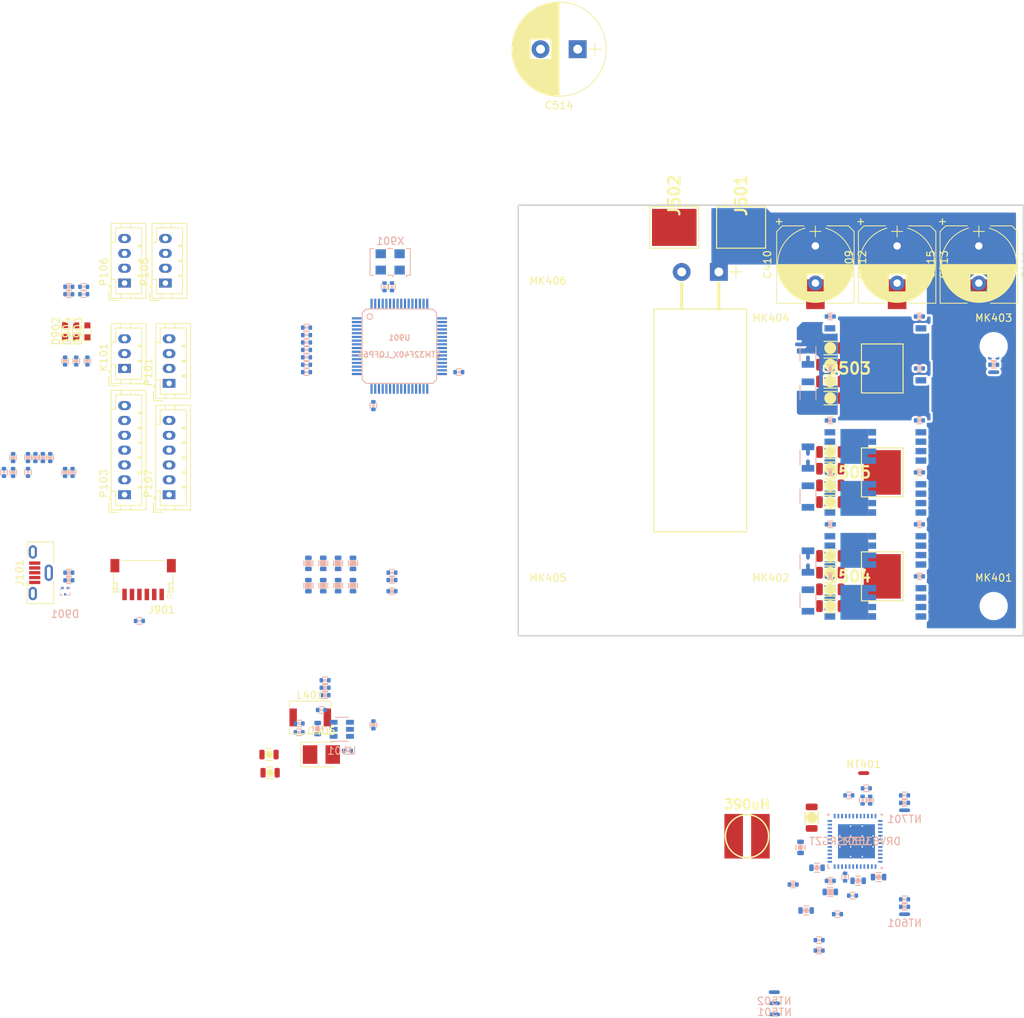
<source format=kicad_pcb>
(kicad_pcb (version 20171130) (host pcbnew "(5.1.4)-1")
  (layers (0 F.Cu signal) (1 In1.Cu power) (2 In2.Cu signal) (31 B.Cu power) (34 B.Paste user) (35 F.Paste user) (36 B.SilkS user) (37 F.SilkS user) (38 B.Mask user) (39 F.Mask user) (44 Edge.Cuts user))
  (net 0 "")
  (net 1 GND)
  (net 2 +3V3)
  (net 3 NRST)
  (net 4 +12V)
  (net 5 "Net-(J101-Pad2)")
  (net 6 "Net-(J101-Pad3)")
  (net 7 SWDIO)
  (net 8 SWCLK)
  (net 9 "Net-(K101-Pad1)")
  (net 10 "Net-(C507-Pad2)")
  (net 11 GNDD)
  (net 12 +BATT)
  (net 13 /drv_power_stage/buck_rcl)
  (net 14 "Net-(Q701-Pad2)")
  (net 15 "Net-(Q702-Pad2)")
  (net 16 "Net-(Q703-Pad2)")
  (net 17 "Net-(Q704-Pad2)")
  (net 18 "Net-(Q801-Pad2)")
  (net 19 "Net-(Q802-Pad2)")
  (net 20 "Net-(Q803-Pad2)")
  (net 21 "Net-(Q804-Pad2)")
  (net 22 GNDA)
  (net 23 /drv_power_stage/ENABLE)
  (net 24 /drv_power_stage/A_VSENSE)
  (net 25 /drv_power_stage/B_VSENSE)
  (net 26 /drv_power_stage/C_VSENSE)
  (net 27 "Net-(C201-Pad1)")
  (net 28 "Net-(C403-Pad1)")
  (net 29 "Net-(C403-Pad2)")
  (net 30 "Net-(C407-Pad2)")
  (net 31 "Net-(C505-Pad1)")
  (net 32 "Net-(C507-Pad1)")
  (net 33 "Net-(C508-Pad2)")
  (net 34 "Net-(C509-Pad1)")
  (net 35 "Net-(C510-Pad2)")
  (net 36 "Net-(C510-Pad1)")
  (net 37 "Net-(C511-Pad2)")
  (net 38 "Net-(C512-Pad2)")
  (net 39 /drv_power_stage/GDRV_VSENSE)
  (net 40 "Net-(C906-Pad1)")
  (net 41 "Net-(C908-Pad1)")
  (net 42 "Net-(D902-Pad1)")
  (net 43 "Net-(D903-Pad1)")
  (net 44 "Net-(D904-Pad1)")
  (net 45 "Net-(K101-Pad2)")
  (net 46 /drv_power_stage/3.3_IREF)
  (net 47 /drv_power_stage/PHASE_B)
  (net 48 /drv_power_stage/PHASE_C)
  (net 49 /drv_power_stage/PHASE_A)
  (net 50 "Net-(Q601-Pad2)")
  (net 51 "Net-(Q602-Pad2)")
  (net 52 "Net-(Q603-Pad2)")
  (net 53 "Net-(Q604-Pad2)")
  (net 54 "Net-(R401-Pad1)")
  (net 55 /drv_power_stage/DRV_SDO)
  (net 56 "Net-(R503-Pad2)")
  (net 57 /drv_power_stage/A_ISENSE)
  (net 58 /drv_power_stage/B_ISENSE)
  (net 59 /drv_power_stage/C_ISENSE)
  (net 60 /Microcontroller/SERVO)
  (net 61 /Microcontroller/ADC_VBUS)
  (net 62 /Microcontroller/ADC_TEMP)
  (net 63 /Microcontroller/TEMP_MOTOR)
  (net 64 /drv_power_stage/power_phase_B/PR_SENSE)
  (net 65 /drv_power_stage/power_phase_B/NR_SENSE)
  (net 66 /drv_power_stage/power_phase_C/PR_SENSE)
  (net 67 /drv_power_stage/power_phase_C/NR_SENSE)
  (net 68 /drv_power_stage/power_phase_A/PR_SENSE)
  (net 69 /drv_power_stage/power_phase_A/NR_SENSE)
  (net 70 /Microcontroller/VCAP2)
  (net 71 /Microcontroller/VCAP1)
  (net 72 /Microcontroller/USB_DM)
  (net 73 /Microcontroller/USB_DP)
  (net 74 /drv_power_stage/power_phase_B/H_SWITCH)
  (net 75 /drv_power_stage/power_phase_C/H_SWITCH)
  (net 76 /drv_power_stage/power_phase_A/H_SWITCH)
  (net 77 /CAN_tranciever/CANH)
  (net 78 /CAN_tranciever/CANL)
  (net 79 /Microcontroller/BRAKE_SW)
  (net 80 /Microcontroller/ADC_BRAKE)
  (net 81 /Microcontroller/ADC_THROTTLE)
  (net 82 /Microcontroller/USART1_RX)
  (net 83 /Microcontroller/USART1_TX)
  (net 84 /Microcontroller/SCL_2)
  (net 85 /Microcontroller/SDA_2)
  (net 86 /Microcontroller/HALL_3)
  (net 87 /Microcontroller/HALL_2)
  (net 88 /Microcontroller/HALL_1)
  (net 89 /drv_power_stage/power_phase_B/PH_GND_LOW)
  (net 90 /drv_power_stage/power_phase_C/PH_GND_LOW)
  (net 91 /drv_power_stage/power_phase_A/PH_GND_LOW)
  (net 92 /Microcontroller/FAULT)
  (net 93 /drv_power_stage/power_phase_B/H_GATE)
  (net 94 /drv_power_stage/power_phase_B/L_GATE)
  (net 95 /drv_power_stage/power_phase_C/H_GATE)
  (net 96 /drv_power_stage/power_phase_C/L_GATE)
  (net 97 /drv_power_stage/power_phase_A/H_GATE)
  (net 98 /drv_power_stage/power_phase_A/L_GATE)
  (net 99 /Microcontroller/LED_GREEN)
  (net 100 /Microcontroller/LED_RED)
  (net 101 /Microcontroller/L3)
  (net 102 /Microcontroller/H3)
  (net 103 /Microcontroller/L2)
  (net 104 /Microcontroller/H2)
  (net 105 /Microcontroller/L1)
  (net 106 /Microcontroller/H1)
  (net 107 "Net-(NT605-Pad1)")
  (net 108 "Net-(NT703-Pad1)")
  (net 109 "Net-(NT803-Pad1)")
  (net 110 "Net-(C511-Pad1)")
  (module moxie-drive-custom:CP_Radial_D12.5mm_P5.00mm_horiz (layer F.Cu) (at 129 111 180)
    (fp_text reference C411)
    (fp_text value 560uF)
    (pad 1 thru_hole rect (at 0 0 180) (size 2.4 2.4) (drill 1.2) (layers *.Cu *.Mask) (net 12 +BATT))
    (pad 2 thru_hole circle (at 5 0 180) (size 2.4 2.4) (drill 1.2) (layers *.Cu *.Mask) (net 1 GND))
  )
  (module Mounting_Holes:MountingHole_3.2mm_M3_DIN965 (layer F.Cu) (at 106 116)
    (fp_text reference MK406 (at 0 -3.8) (layer F.SilkS))
    (fp_text value Mounting_Hole)
    (pad 1 np_thru_hole circle (at 0 0) (size 3.2 3.2) (drill 3.2) (layers *.Cu *.Mask))
  )
  (module Mounting_Holes:MountingHole_3.2mm_M3_DIN965 (layer F.Cu) (at 106 156)
    (fp_text reference MK405 (at 0 -3.8) (layer F.SilkS))
    (fp_text value Mounting_Hole)
    (pad 1 np_thru_hole circle (at 0 0) (size 3.2 3.2) (drill 3.2) (layers *.Cu *.Mask))
  )
  (module Mounting_Holes:MountingHole_3.2mm_M3_DIN965 (layer F.Cu) (at 136 121)
    (fp_text reference MK404 (at 0 -3.8) (layer F.SilkS))
    (fp_text value Mounting_Hole)
    (pad 1 np_thru_hole circle (at 0 0) (size 3.2 3.2) (drill 3.2) (layers *.Cu *.Mask))
  )
  (module Mounting_Holes:MountingHole_3.2mm_M3_DIN965 (layer F.Cu) (at 166 121)
    (fp_text reference MK403 (at 0 -3.8) (layer F.SilkS))
    (fp_text value Mounting_Hole)
    (pad 1 np_thru_hole circle (at 0 0) (size 3.2 3.2) (drill 3.2) (layers *.Cu *.Mask))
  )
  (module Mounting_Holes:MountingHole_3.2mm_M3_DIN965 (layer F.Cu) (at 136 156)
    (fp_text reference MK402 (at 0 -3.8) (layer F.SilkS))
    (fp_text value Mounting_Hole)
    (pad 1 np_thru_hole circle (at 0 0) (size 3.2 3.2) (drill 3.2) (layers *.Cu *.Mask))
  )
  (module Mounting_Holes:MountingHole_3.2mm_M3_DIN965 (layer F.Cu) (at 166 156)
    (fp_text reference MK401 (at 0 -3.8) (layer F.SilkS))
    (fp_text value Mounting_Hole)
    (pad 1 np_thru_hole circle (at 0 0) (size 3.2 3.2) (drill 3.2) (layers *.Cu *.Mask))
  )
  (module Capacitors_THT:CP_Radial_D10.0mm_P5.00mm (layer F.Cu) (at 164 107.5 270)
    (fp_text reference C414 (at 2.5 -6.31 90) (layer F.SilkS))
    (fp_text value 56uF)
    (pad 1 thru_hole rect (at 0 0 270) (size 2 2) (drill 1) (layers *.Cu *.Mask) (net 12 +BATT))
    (pad 2 thru_hole circle (at 5 0 270) (size 2 2) (drill 1) (layers *.Cu *.Mask) (net 1 GND))
  )
  (module Capacitors_THT:CP_Radial_D10.0mm_P5.00mm (layer F.Cu) (at 153 107.5 270)
    (fp_text reference C413 (at 2.5 -6.31 90) (layer F.SilkS))
    (fp_text value 56uF)
    (pad 1 thru_hole rect (at 0 0 270) (size 2 2) (drill 1) (layers *.Cu *.Mask) (net 12 +BATT))
    (pad 2 thru_hole circle (at 5 0 270) (size 2 2) (drill 1) (layers *.Cu *.Mask) (net 1 GND))
  )
  (module Capacitors_THT:CP_Radial_D10.0mm_P5.00mm (layer F.Cu) (at 142 107.5 270)
    (fp_text reference C412 (at 2.5 -6.31 90) (layer F.SilkS))
    (fp_text value 56uF)
    (pad 1 thru_hole rect (at 0 0 270) (size 2 2) (drill 1) (layers *.Cu *.Mask) (net 12 +BATT))
    (pad 2 thru_hole circle (at 5 0 270) (size 2 2) (drill 1) (layers *.Cu *.Mask) (net 1 GND))
  )
  (module NetTie:NetTie-2_SMD_Pad0.5mm (layer F.Cu) (at 148.5 178.5)
    (fp_text reference NT401 (at 0 -1.2) (layer F.SilkS))
    (fp_text value Net-Tie_2)
    (fp_poly (pts (xy -0.5 -0.25) (xy 0.5 -0.25) (xy 0.5 0.25) (xy -0.5 0.25)) (layer F.Cu) (width 0))
    (pad 1 smd circle (at -0.5 0) (size 0.5 0.5) (layers F.Cu) (net 12 +BATT))
    (pad 2 smd circle (at 0.5 0) (size 0.5 0.5) (layers F.Cu) (net 110 "Net-(C511-Pad1)"))
  )
  (module crf1:inductor_smd_5.8mmx4.8hmm (layer F.Cu) (at 132.80086 187)
    (fp_text reference L501 hide)
    (fp_text value 390uH (at 0 -4.30022) (layer F.SilkS) (effects (font (size 1.27 1.27) (thickness 0.254))))
    (pad 1 smd rect (at 1.80086 0) (size 2.49936 5.99948) (layers F.Cu F.Paste F.Mask) (net 38 "Net-(C512-Pad2)"))
    (pad 2 smd rect (at -1.80086 0) (size 2.49936 5.99948) (layers F.Cu F.Paste F.Mask) (net 35 "Net-(C510-Pad2)"))
  )
  (module crf1:1PAD_6x5mm (layer F.Cu) (at 151 138 90)
    (fp_text reference J505 (at 0 -4.3 180) (layer F.SilkS) (effects (font (size 1.524 1.524) (thickness 0.3048))))
    (fp_text value C hide)
    (pad 1 smd rect (at 0 0 90) (size 6 5) (layers F.Cu F.Paste F.Mask) (net 48 /drv_power_stage/PHASE_C))
  )
  (module crf1:1PAD_6x5mm (layer F.Cu) (at 151 152 90)
    (fp_text reference J504 (at 0 -4.3 180) (layer F.SilkS) (effects (font (size 1.524 1.524) (thickness 0.3048))))
    (fp_text value B hide)
    (pad 1 smd rect (at 0 0 90) (size 6 5) (layers F.Cu F.Paste F.Mask) (net 47 /drv_power_stage/PHASE_B))
  )
  (module crf1:1PAD_6x5mm (layer F.Cu) (at 151 124 90)
    (fp_text reference J503 (at 0 -4.3 180) (layer F.SilkS) (effects (font (size 1.524 1.524) (thickness 0.3048))))
    (fp_text value A hide)
    (pad 1 smd rect (at 0 0 90) (size 6 5) (layers F.Cu F.Paste F.Mask) (net 49 /drv_power_stage/PHASE_A))
  )
  (module crf1:1PAD_6x5mm (layer F.Cu) (at 123 105)
    (fp_text reference J502 (at 0 -4.3 270) (layer F.SilkS) (effects (font (size 1.524 1.524) (thickness 0.3048))))
    (fp_text value Gnd hide)
    (pad 1 smd rect (at 0 0) (size 6 5) (layers F.Cu F.Paste F.Mask) (net 1 GND))
  )
  (module crf1:1PAD_6x5mm (layer F.Cu) (at 132 105)
    (fp_text reference J501 (at 0 -4.3 270) (layer F.SilkS) (effects (font (size 1.524 1.524) (thickness 0.3048))))
    (fp_text value +Vbat hide)
    (pad 1 smd rect (at 0 0) (size 6 5) (layers F.Cu F.Paste F.Mask) (net 12 +BATT))
  )
  (module Capacitors_SMD:CP_Elec_10x10.5 (layer F.Cu) (at 164 110 270)
    (fp_text reference C515 (at 0 6.46 90) (layer F.SilkS))
    (fp_text value 20uF)
    (fp_text user + (at -5.78 4.97 90) (layer F.SilkS))
    (pad 1 smd rect (at -4 0 90) (size 4 2.5) (layers F.Cu F.Paste F.Mask) (net 12 +BATT))
    (pad 2 smd rect (at 4 0 90) (size 4 2.5) (layers F.Cu F.Paste F.Mask) (net 1 GND))
  )
  (module pkl_dipol:C_0402 (layer B.Cu) (at 144.975 197.5)
    (fp_text reference C506)
    (fp_text value 0.1uF)
    (pad 1 smd roundrect (at -0.5 0) (size 0.5 0.6) (layers B.Cu B.Paste B.Mask) (net 46 /drv_power_stage/3.3_IREF))
    (pad 2 smd roundrect (at 0.5 0) (size 0.5 0.6) (layers B.Cu B.Paste B.Mask) (net 22 GNDA))
  )
  (module pkl_dipol:C_0603 (layer B.Cu) (at 142.218474 191.243303)
    (fp_text reference C504)
    (fp_text value 0.1uF)
    (pad 1 smd roundrect (at -0.75 0) (size 0.6 0.9) (layers B.Cu B.Paste B.Mask) (net 12 +BATT))
    (pad 2 smd roundrect (at 0.75 0) (size 0.6 0.9) (layers B.Cu B.Paste B.Mask) (net 11 GNDD))
  )
  (module Capacitors_SMD:CP_Elec_10x10.5 (layer F.Cu) (at 142 110 270)
    (fp_text reference C410 (at 0 6.46 90) (layer F.SilkS))
    (fp_text value 20uF)
    (fp_text user + (at -5.78 4.97 90) (layer F.SilkS))
    (pad 1 smd rect (at -4 0 90) (size 4 2.5) (layers F.Cu F.Paste F.Mask) (net 12 +BATT))
    (pad 2 smd rect (at 4 0 90) (size 4 2.5) (layers F.Cu F.Paste F.Mask) (net 1 GND))
  )
  (module Capacitors_SMD:CP_Elec_10x10.5 (layer F.Cu) (at 153 110 270)
    (fp_text reference C409 (at 0 6.46 90) (layer F.SilkS))
    (fp_text value 20uF)
    (fp_text user + (at -5.78 4.97 90) (layer F.SilkS))
    (pad 1 smd rect (at -4 0 90) (size 4 2.5) (layers F.Cu F.Paste F.Mask) (net 12 +BATT))
    (pad 2 smd rect (at 4 0 90) (size 4 2.5) (layers F.Cu F.Paste F.Mask) (net 1 GND))
  )
  (module pkl_dipol:R_0402 (layer B.Cu) (at 76 168 180)
    (fp_text reference R403)
    (fp_text value "10k 0.1%")
    (pad 2 smd roundrect (at 0.5 0 180) (size 0.5 0.6) (layers B.Cu B.Paste B.Mask) (net 1 GND))
    (pad 1 smd roundrect (at -0.5 0 180) (size 0.5 0.6) (layers B.Cu B.Paste B.Mask) (net 30 "Net-(C407-Pad2)"))
  )
  (module pkl_dipol:R_0402 (layer B.Cu) (at 76 167)
    (fp_text reference R402)
    (fp_text value "R33.2k 0.1%")
    (pad 2 smd roundrect (at 0.5 0) (size 0.5 0.6) (layers B.Cu B.Paste B.Mask) (net 30 "Net-(C407-Pad2)"))
    (pad 1 smd roundrect (at -0.5 0) (size 0.5 0.6) (layers B.Cu B.Paste B.Mask) (net 2 +3V3))
  )
  (module pkl_dipol:R_0402 (layer B.Cu) (at 82.5 172 90)
    (fp_text reference R401)
    (fp_text value 1k)
    (pad 2 smd roundrect (at 0.5 0 90) (size 0.5 0.6) (layers B.Cu B.Paste B.Mask) (net 4 +12V))
    (pad 1 smd roundrect (at -0.5 0 90) (size 0.5 0.6) (layers B.Cu B.Paste B.Mask) (net 54 "Net-(R401-Pad1)"))
  )
  (module Inductors_SMD:L_Neosid_Ms42 (layer F.Cu) (at 74 171)
    (fp_text reference L401 (at 0 -3) (layer F.SilkS))
    (fp_text value 3.3uH)
    (pad 1 smd rect (at -2.3 0) (size 1 2.4) (layers F.Cu F.Paste F.Mask) (net 2 +3V3))
    (pad 2 smd rect (at 2.3 0) (size 1 2.4) (layers F.Cu F.Paste F.Mask) (net 28 "Net-(C403-Pad1)"))
  )
  (module pkl_dipol:C_0402 (layer B.Cu) (at 85 151.5)
    (fp_text reference C408)
    (fp_text value 100nf)
    (pad 2 smd roundrect (at 0.5 0) (size 0.5 0.6) (layers B.Cu B.Paste B.Mask) (net 22 GNDA))
    (pad 1 smd roundrect (at -0.5 0) (size 0.5 0.6) (layers B.Cu B.Paste B.Mask) (net 62 /Microcontroller/ADC_TEMP))
  )
  (module pkl_dipol:C_0402 (layer B.Cu) (at 76 166)
    (fp_text reference C407)
    (fp_text value NP)
    (pad 2 smd roundrect (at 0.5 0) (size 0.5 0.6) (layers B.Cu B.Paste B.Mask) (net 30 "Net-(C407-Pad2)"))
    (pad 1 smd roundrect (at -0.5 0) (size 0.5 0.6) (layers B.Cu B.Paste B.Mask) (net 2 +3V3))
  )
  (module pkl_dipol:C_0402 (layer B.Cu) (at 72.5 173)
    (fp_text reference C405)
    (fp_text value 2.2uf)
    (pad 2 smd roundrect (at 0.5 0) (size 0.5 0.6) (layers B.Cu B.Paste B.Mask) (net 1 GND))
    (pad 1 smd roundrect (at -0.5 0) (size 0.5 0.6) (layers B.Cu B.Paste B.Mask) (net 2 +3V3))
  )
  (module pkl_dipol:C_0402 (layer B.Cu) (at 72.5 171.815)
    (fp_text reference C404)
    (fp_text value 100nf)
    (pad 2 smd roundrect (at 0.5 0) (size 0.5 0.6) (layers B.Cu B.Paste B.Mask) (net 1 GND))
    (pad 1 smd roundrect (at -0.5 0) (size 0.5 0.6) (layers B.Cu B.Paste B.Mask) (net 2 +3V3))
  )
  (module pkl_dipol:C_0402 (layer B.Cu) (at 79 175.5)
    (fp_text reference C403)
    (fp_text value 100nf)
    (pad 2 smd roundrect (at 0.5 0) (size 0.5 0.6) (layers B.Cu B.Paste B.Mask) (net 29 "Net-(C403-Pad2)"))
    (pad 1 smd roundrect (at -0.5 0) (size 0.5 0.6) (layers B.Cu B.Paste B.Mask) (net 28 "Net-(C403-Pad1)"))
  )
  (module pkl_dipol:C_0402 (layer B.Cu) (at 75.5 170)
    (fp_text reference C402)
    (fp_text value 100nf)
    (pad 2 smd roundrect (at 0.5 0) (size 0.5 0.6) (layers B.Cu B.Paste B.Mask) (net 1 GND))
    (pad 1 smd roundrect (at -0.5 0) (size 0.5 0.6) (layers B.Cu B.Paste B.Mask) (net 4 +12V))
  )
  (module pkl_dipol:C_0603 (layer B.Cu) (at 75 172.5 270)
    (fp_text reference C401)
    (fp_text value 2.2uf)
    (pad 2 smd roundrect (at 0.75 0 270) (size 0.6 0.9) (layers B.Cu B.Paste B.Mask) (net 1 GND))
    (pad 1 smd roundrect (at -0.75 0 270) (size 0.6 0.9) (layers B.Cu B.Paste B.Mask) (net 4 +12V))
  )
  (module Connectors_JST:JST_PH_B4B-PH-K_04x2.00mm_Straight (layer F.Cu) (at 49 112.5 90)
    (fp_text reference P106 (at 1.5 -2.8 90) (layer F.SilkS))
    (fp_text value I2C)
    (pad 1 thru_hole rect (at 0 0 90) (size 1.2 1.7) (drill 0.75) (layers *.Cu *.Mask) (net 84 /Microcontroller/SCL_2))
    (pad 2 thru_hole oval (at 2 0 90) (size 1.2 1.7) (drill 0.75) (layers *.Cu *.Mask) (net 85 /Microcontroller/SDA_2))
    (pad 3 thru_hole oval (at 4 0 90) (size 1.2 1.7) (drill 0.75) (layers *.Cu *.Mask) (net 2 +3V3))
    (pad 4 thru_hole oval (at 6 0 90) (size 1.2 1.7) (drill 0.75) (layers *.Cu *.Mask) (net 1 GND))
  )
  (module Resistors_SMD:R_1206 (layer B.Cu) (at 141 122 270)
    (fp_text reference R807 hide)
    (fp_text value 1mΩ hide)
    (pad 1 smd rect (at -1.45 0 270) (size 0.9 1.7) (layers B.Cu B.Paste B.Mask) (net 91 /drv_power_stage/power_phase_A/PH_GND_LOW))
    (pad 2 smd rect (at 1.45 0 270) (size 0.9 1.7) (layers B.Cu B.Paste B.Mask) (net 11 GNDD))
  )
  (module Resistors_SMD:R_1206 (layer B.Cu) (at 141 127.25 90)
    (fp_text reference R806 hide)
    (fp_text value 1mΩ hide)
    (pad 1 smd rect (at -1.45 0 90) (size 0.9 1.7) (layers B.Cu B.Paste B.Mask) (net 91 /drv_power_stage/power_phase_A/PH_GND_LOW))
    (pad 2 smd rect (at 1.45 0 90) (size 0.9 1.7) (layers B.Cu B.Paste B.Mask) (net 11 GNDD))
  )
  (module Resistors_SMD:R_1206 (layer B.Cu) (at 141 136 270)
    (fp_text reference R707 hide)
    (fp_text value 1mΩ hide)
    (pad 1 smd rect (at -1.45 0 270) (size 0.9 1.7) (layers B.Cu B.Paste B.Mask) (net 90 /drv_power_stage/power_phase_C/PH_GND_LOW))
    (pad 2 smd rect (at 1.45 0 270) (size 0.9 1.7) (layers B.Cu B.Paste B.Mask) (net 11 GNDD))
  )
  (module Resistors_SMD:R_1206 (layer B.Cu) (at 141 141.25 90)
    (fp_text reference R706 hide)
    (fp_text value 1mΩ hide)
    (pad 1 smd rect (at -1.45 0 90) (size 0.9 1.7) (layers B.Cu B.Paste B.Mask) (net 90 /drv_power_stage/power_phase_C/PH_GND_LOW))
    (pad 2 smd rect (at 1.45 0 90) (size 0.9 1.7) (layers B.Cu B.Paste B.Mask) (net 11 GNDD))
  )
  (module Resistors_SMD:R_1206 (layer B.Cu) (at 141 150 270)
    (fp_text reference R619 hide)
    (fp_text value 1mΩ hide)
    (pad 1 smd rect (at -1.45 0 270) (size 0.9 1.7) (layers B.Cu B.Paste B.Mask) (net 89 /drv_power_stage/power_phase_B/PH_GND_LOW))
    (pad 2 smd rect (at 1.45 0 270) (size 0.9 1.7) (layers B.Cu B.Paste B.Mask) (net 11 GNDD))
  )
  (module Resistors_SMD:R_1206 (layer B.Cu) (at 141 155.25 90)
    (fp_text reference R618 hide)
    (fp_text value 1mΩ hide)
    (pad 1 smd rect (at -1.45 0 90) (size 0.9 1.7) (layers B.Cu B.Paste B.Mask) (net 89 /drv_power_stage/power_phase_B/PH_GND_LOW))
    (pad 2 smd rect (at 1.45 0 90) (size 0.9 1.7) (layers B.Cu B.Paste B.Mask) (net 11 GNDD))
  )
  (module NetTie:NetTie-2_SMD_Pad0.5mm (layer B.Cu) (at 141 123 270)
    (fp_text reference NT803 hide)
    (fp_text value Net-Tie_2 hide)
    (fp_poly (pts (xy -0.5 0.25) (xy 0.5 0.25) (xy 0.5 -0.25) (xy -0.5 -0.25)) (layer B.Cu) (width 0))
    (pad 2 smd circle (at 0.5 0 270) (size 0.5 0.5) (layers B.Cu) (net 11 GNDD))
    (pad 1 smd circle (at -0.5 0 270) (size 0.5 0.5) (layers B.Cu) (net 109 "Net-(NT803-Pad1)"))
  )
  (module NetTie:NetTie-2_SMD_Pad0.5mm (layer B.Cu) (at 140 120.75)
    (fp_text reference NT802 hide)
    (fp_text value Net-Tie_2 hide)
    (fp_poly (pts (xy -0.5 0.25) (xy 0.5 0.25) (xy 0.5 -0.25) (xy -0.5 -0.25)) (layer B.Cu) (width 0))
    (pad 2 smd circle (at 0.5 0) (size 0.5 0.5) (layers B.Cu) (net 91 /drv_power_stage/power_phase_A/PH_GND_LOW))
    (pad 1 smd circle (at -0.5 0) (size 0.5 0.5) (layers B.Cu) (net 68 /drv_power_stage/power_phase_A/PR_SENSE))
  )
  (module NetTie:NetTie-2_SMD_Pad0.5mm (layer B.Cu) (at 141 137 270)
    (fp_text reference NT703 hide)
    (fp_text value Net-Tie_2 hide)
    (fp_poly (pts (xy -0.5 0.25) (xy 0.5 0.25) (xy 0.5 -0.25) (xy -0.5 -0.25)) (layer B.Cu) (width 0))
    (pad 2 smd circle (at 0.5 0 270) (size 0.5 0.5) (layers B.Cu) (net 11 GNDD))
    (pad 1 smd circle (at -0.5 0 270) (size 0.5 0.5) (layers B.Cu) (net 108 "Net-(NT703-Pad1)"))
  )
  (module NetTie:NetTie-2_SMD_Pad0.5mm (layer B.Cu) (at 141 135 90)
    (fp_text reference NT702 hide)
    (fp_text value Net-Tie_2 hide)
    (fp_poly (pts (xy -0.5 0.25) (xy 0.5 0.25) (xy 0.5 -0.25) (xy -0.5 -0.25)) (layer B.Cu) (width 0))
    (pad 2 smd circle (at 0.5 0 90) (size 0.5 0.5) (layers B.Cu) (net 90 /drv_power_stage/power_phase_C/PH_GND_LOW))
    (pad 1 smd circle (at -0.5 0 90) (size 0.5 0.5) (layers B.Cu) (net 66 /drv_power_stage/power_phase_C/PR_SENSE))
  )
  (module NetTie:NetTie-2_SMD_Pad0.5mm (layer B.Cu) (at 141 151 270)
    (fp_text reference NT605 hide)
    (fp_text value Net-Tie_2 hide)
    (fp_poly (pts (xy -0.5 0.25) (xy 0.5 0.25) (xy 0.5 -0.25) (xy -0.5 -0.25)) (layer B.Cu) (width 0))
    (pad 2 smd circle (at 0.5 0 270) (size 0.5 0.5) (layers B.Cu) (net 11 GNDD))
    (pad 1 smd circle (at -0.5 0 270) (size 0.5 0.5) (layers B.Cu) (net 107 "Net-(NT605-Pad1)"))
  )
  (module NetTie:NetTie-2_SMD_Pad0.5mm (layer B.Cu) (at 141 149 90)
    (fp_text reference NT604 hide)
    (fp_text value Net-Tie_2 hide)
    (fp_poly (pts (xy -0.5 0.25) (xy 0.5 0.25) (xy 0.5 -0.25) (xy -0.5 -0.25)) (layer B.Cu) (width 0))
    (pad 2 smd circle (at 0.5 0 90) (size 0.5 0.5) (layers B.Cu) (net 89 /drv_power_stage/power_phase_B/PH_GND_LOW))
    (pad 1 smd circle (at -0.5 0 90) (size 0.5 0.5) (layers B.Cu) (net 64 /drv_power_stage/power_phase_B/PR_SENSE))
  )
  (module pkl_dipol:R_0402 (layer B.Cu) (at 144 124 180)
    (fp_text reference R805)
    (fp_text value 5Ω)
    (pad 1 smd roundrect (at -0.5 0 180) (size 0.5 0.6) (layers B.Cu B.Paste B.Mask) (net 21 "Net-(Q804-Pad2)"))
    (pad 2 smd roundrect (at 0.5 0 180) (size 0.5 0.6) (layers B.Cu B.Paste B.Mask) (net 98 /drv_power_stage/power_phase_A/L_GATE))
  )
  (module Capacitors_THT:CP_Radial_D12.5mm_P5.00mm (layer F.Cu) (at 110 81 180)
    (fp_text reference C514 (at 2.5 -7.56) (layer F.SilkS))
    (fp_text value 560uF)
    (pad 1 thru_hole rect (at 0 0 180) (size 2.4 2.4) (drill 1.2) (layers *.Cu *.Mask) (net 12 +BATT))
    (pad 2 thru_hole circle (at 5 0 180) (size 2.4 2.4) (drill 1.2) (layers *.Cu *.Mask) (net 1 GND))
  )
  (module Oscillators:Oscillator_SMD_EuroQuartz_XO53-4pin_5.0x3.2mm (layer B.Cu) (at 84.76 109.65 180)
    (fp_text reference X901 (at 0 2.8) (layer B.SilkS) (effects (justify mirror)))
    (fp_text value "8MHz 10ppm")
    (pad 1 smd rect (at -1.27 -1.1 180) (size 1.4 1.2) (layers B.Cu B.Paste B.Mask) (net 40 "Net-(C906-Pad1)"))
    (pad 2 smd rect (at 1.27 -1.1 180) (size 1.4 1.2) (layers B.Cu B.Paste B.Mask) (net 41 "Net-(C908-Pad1)"))
    (pad 3 smd rect (at 1.27 1.1 180) (size 1.4 1.2) (layers B.Cu B.Paste B.Mask) (net 1 GND))
    (pad 4 smd rect (at -1.27 1.1 180) (size 1.4 1.2) (layers B.Cu B.Paste B.Mask))
  )
  (module crf1:lqfp64_pad_mod (layer B.Cu) (at 86 121)
    (fp_text reference U901 (at 0 -1.143) (layer B.SilkS) (effects (font (size 0.7493 0.7493) (thickness 0.14986)) (justify mirror)))
    (fp_text value STM32F40X_LQFP64 (at 0 1.143) (layer B.SilkS) (effects (font (size 0.7493 0.7493) (thickness 0.14986)) (justify mirror)))
    (pad 64 smd rect (at -5.75056 -3.74904) (size 1.30048 0.3) (layers B.Cu B.Paste B.Mask) (net 2 +3V3))
    (pad 63 smd rect (at -5.75056 -3.2512) (size 1.30048 0.3) (layers B.Cu B.Paste B.Mask) (net 1 GND))
    (pad 62 smd rect (at -5.75056 -2.75082) (size 1.30048 0.3) (layers B.Cu B.Paste B.Mask))
    (pad 61 smd rect (at -5.75056 -2.25044) (size 1.30048 0.3) (layers B.Cu B.Paste B.Mask))
    (pad 60 smd rect (at -5.75056 -1.75006) (size 1.30048 0.3) (layers B.Cu B.Paste B.Mask) (net 1 GND))
    (pad 48 smd rect (at -3.74904 5.75056) (size 0.3 1.30048) (layers B.Cu B.Paste B.Mask) (net 2 +3V3))
    (pad 47 smd rect (at -3.2512 5.75056) (size 0.3 1.30048) (layers B.Cu B.Paste B.Mask) (net 70 /Microcontroller/VCAP2))
    (pad 46 smd rect (at -2.75082 5.75056) (size 0.3 1.30048) (layers B.Cu B.Paste B.Mask) (net 7 SWDIO))
    (pad 45 smd rect (at -2.25044 5.75056) (size 0.3 1.30048) (layers B.Cu B.Paste B.Mask) (net 73 /Microcontroller/USB_DP))
    (pad 44 smd rect (at -1.75006 5.75056) (size 0.3 1.30048) (layers B.Cu B.Paste B.Mask) (net 72 /Microcontroller/USB_DM))
    (pad 32 smd rect (at 5.75056 3.74904) (size 1.30048 0.3) (layers B.Cu B.Paste B.Mask) (net 2 +3V3))
    (pad 31 smd rect (at 5.75056 3.2512) (size 1.30048 0.3) (layers B.Cu B.Paste B.Mask) (net 71 /Microcontroller/VCAP1))
    (pad 30 smd rect (at 5.75056 2.75082) (size 1.30048 0.3) (layers B.Cu B.Paste B.Mask) (net 85 /Microcontroller/SDA_2))
    (pad 29 smd rect (at 5.75056 2.25044) (size 1.30048 0.3) (layers B.Cu B.Paste B.Mask) (net 84 /Microcontroller/SCL_2))
    (pad 28 smd rect (at 5.75056 1.75006) (size 1.30048 0.3) (layers B.Cu B.Paste B.Mask))
    (pad 16 smd rect (at 3.74904 -5.75056) (size 0.3 1.30048) (layers B.Cu B.Paste B.Mask) (net 26 /drv_power_stage/C_VSENSE))
    (pad 15 smd rect (at 3.2512 -5.75056) (size 0.3 1.30048) (layers B.Cu B.Paste B.Mask) (net 25 /drv_power_stage/B_VSENSE))
    (pad 14 smd rect (at 2.75082 -5.75056) (size 0.3 1.30048) (layers B.Cu B.Paste B.Mask) (net 24 /drv_power_stage/A_VSENSE))
    (pad 13 smd rect (at 2.25044 -5.75056) (size 0.3 1.30048) (layers B.Cu B.Paste B.Mask) (net 2 +3V3))
    (pad 12 smd rect (at 1.75006 -5.75056) (size 0.3 1.30048) (layers B.Cu B.Paste B.Mask) (net 22 GNDA))
    (pad 59 smd rect (at -5.75056 -1.24968) (size 1.30048 0.3) (layers B.Cu B.Paste B.Mask) (net 82 /Microcontroller/USART1_RX))
    (pad 58 smd rect (at -5.75056 -0.7493) (size 1.30048 0.3) (layers B.Cu B.Paste B.Mask) (net 83 /Microcontroller/USART1_TX))
    (pad 57 smd rect (at -5.75056 -0.24892) (size 1.30048 0.3) (layers B.Cu B.Paste B.Mask) (net 79 /Microcontroller/BRAKE_SW))
    (pad 43 smd rect (at -1.24968 5.75056) (size 0.3 1.30048) (layers B.Cu B.Paste B.Mask) (net 102 /Microcontroller/H3))
    (pad 42 smd rect (at -0.7493 5.75056) (size 0.3 1.30048) (layers B.Cu B.Paste B.Mask) (net 104 /Microcontroller/H2))
    (pad 41 smd rect (at -0.24892 5.75056) (size 0.3 1.30048) (layers B.Cu B.Paste B.Mask) (net 106 /Microcontroller/H1))
    (pad 27 smd rect (at 5.75056 1.24968) (size 1.30048 0.3) (layers B.Cu B.Paste B.Mask) (net 80 /Microcontroller/ADC_BRAKE))
    (pad 26 smd rect (at 5.75056 0.7493) (size 1.30048 0.3) (layers B.Cu B.Paste B.Mask) (net 81 /Microcontroller/ADC_THROTTLE))
    (pad 25 smd rect (at 5.75056 0.24892) (size 1.30048 0.3) (layers B.Cu B.Paste B.Mask) (net 63 /Microcontroller/TEMP_MOTOR))
    (pad 11 smd rect (at 1.24968 -5.75056) (size 0.3 1.30048) (layers B.Cu B.Paste B.Mask) (net 61 /Microcontroller/ADC_VBUS))
    (pad 10 smd rect (at 0.7493 -5.75056) (size 0.3 1.30048) (layers B.Cu B.Paste B.Mask) (net 59 /drv_power_stage/C_ISENSE))
    (pad 9 smd rect (at 0.24892 -5.75056) (size 0.3 1.30048) (layers B.Cu B.Paste B.Mask) (net 58 /drv_power_stage/B_ISENSE))
    (pad 56 smd rect (at -5.75056 0.24892) (size 1.30048 0.3) (layers B.Cu B.Paste B.Mask))
    (pad 55 smd rect (at -5.75056 0.7493) (size 1.30048 0.3) (layers B.Cu B.Paste B.Mask))
    (pad 54 smd rect (at -5.75056 1.24968) (size 1.30048 0.3) (layers B.Cu B.Paste B.Mask))
    (pad 53 smd rect (at -5.75056 1.75006) (size 1.30048 0.3) (layers B.Cu B.Paste B.Mask))
    (pad 52 smd rect (at -5.75056 2.25044) (size 1.30048 0.3) (layers B.Cu B.Paste B.Mask))
    (pad 51 smd rect (at -5.75056 2.75082) (size 1.30048 0.3) (layers B.Cu B.Paste B.Mask))
    (pad 50 smd rect (at -5.75056 3.2512) (size 1.30048 0.3) (layers B.Cu B.Paste B.Mask))
    (pad 49 smd rect (at -5.75056 3.74904) (size 1.30048 0.3) (layers B.Cu B.Paste B.Mask) (net 8 SWCLK))
    (pad 40 smd rect (at 0.24892 5.75056) (size 0.3 1.30048) (layers B.Cu B.Paste B.Mask) (net 23 /drv_power_stage/ENABLE))
    (pad 39 smd rect (at 0.7493 5.75056) (size 0.3 1.30048) (layers B.Cu B.Paste B.Mask) (net 86 /Microcontroller/HALL_3))
    (pad 38 smd rect (at 1.24968 5.75056) (size 0.3 1.30048) (layers B.Cu B.Paste B.Mask) (net 87 /Microcontroller/HALL_2))
    (pad 37 smd rect (at 1.75006 5.75056) (size 0.3 1.30048) (layers B.Cu B.Paste B.Mask) (net 88 /Microcontroller/HALL_1))
    (pad 36 smd rect (at 2.25044 5.75056) (size 0.3 1.30048) (layers B.Cu B.Paste B.Mask) (net 101 /Microcontroller/L3))
    (pad 35 smd rect (at 2.75082 5.75056) (size 0.3 1.30048) (layers B.Cu B.Paste B.Mask) (net 103 /Microcontroller/L2))
    (pad 34 smd rect (at 3.2512 5.75056) (size 0.3 1.30048) (layers B.Cu B.Paste B.Mask) (net 105 /Microcontroller/L1))
    (pad 33 smd rect (at 3.74904 5.75056) (size 0.3 1.30048) (layers B.Cu B.Paste B.Mask) (net 92 /Microcontroller/FAULT))
    (pad 24 smd rect (at 5.75056 -0.24892) (size 1.30048 0.3) (layers B.Cu B.Paste B.Mask) (net 62 /Microcontroller/ADC_TEMP))
    (pad 23 smd rect (at 5.75056 -0.7493) (size 1.30048 0.3) (layers B.Cu B.Paste B.Mask))
    (pad 22 smd rect (at 5.75056 -1.24968) (size 1.30048 0.3) (layers B.Cu B.Paste B.Mask))
    (pad 21 smd rect (at 5.75056 -1.75006) (size 1.30048 0.3) (layers B.Cu B.Paste B.Mask))
    (pad 20 smd rect (at 5.75056 -2.25044) (size 1.30048 0.3) (layers B.Cu B.Paste B.Mask))
    (pad 19 smd rect (at 5.75056 -2.75082) (size 1.30048 0.3) (layers B.Cu B.Paste B.Mask) (net 2 +3V3))
    (pad 18 smd rect (at 5.75056 -3.2512) (size 1.30048 0.3) (layers B.Cu B.Paste B.Mask) (net 1 GND))
    (pad 17 smd rect (at 5.75056 -3.74904) (size 1.30048 0.3) (layers B.Cu B.Paste B.Mask) (net 60 /Microcontroller/SERVO))
    (pad 3 smd rect (at -2.75082 -5.75056) (size 0.3 1.30048) (layers B.Cu B.Paste B.Mask) (net 99 /Microcontroller/LED_GREEN))
    (pad 2 smd rect (at -3.2512 -5.75056) (size 0.3 1.30048) (layers B.Cu B.Paste B.Mask))
    (pad 1 smd rect (at -3.74904 -5.75056) (size 0.3 1.30048) (layers B.Cu B.Paste B.Mask) (net 2 +3V3))
    (pad 8 smd rect (at -0.24892 -5.75056) (size 0.3 1.30048) (layers B.Cu B.Paste B.Mask) (net 57 /drv_power_stage/A_ISENSE))
    (pad 7 smd rect (at -0.7493 -5.75056) (size 0.3 1.30048) (layers B.Cu B.Paste B.Mask) (net 3 NRST))
    (pad 6 smd rect (at -1.24968 -5.75056) (size 0.3 1.30048) (layers B.Cu B.Paste B.Mask) (net 41 "Net-(C908-Pad1)"))
    (pad 5 smd rect (at -1.75006 -5.75056) (size 0.3 1.30048) (layers B.Cu B.Paste B.Mask) (net 40 "Net-(C906-Pad1)"))
    (pad 4 smd rect (at -2.25044 -5.75056) (size 0.3 1.30048) (layers B.Cu B.Paste B.Mask) (net 100 /Microcontroller/LED_RED))
  )
  (module Locals:DRV8353RHRGZR (layer B.Cu) (at 147.340474 187.687303)
    (fp_text reference U501 (at 0 0) (layer B.SilkS) (effects (justify mirror)))
    (fp_text value DRV8353RSRGZT (at 0 0) (layer B.SilkS) (effects (justify mirror)))
    (fp_text user * (at 0 0) (layer B.SilkS) (effects (justify mirror)))
    (pad 1 smd rect (at -3.400001 2.75 270) (size 0.24 0.599999) (layers B.Cu B.Paste B.Mask) (net 11 GNDD))
    (pad 2 smd rect (at -3.400001 2.250001 270) (size 0.24 0.599999) (layers B.Cu B.Paste B.Mask) (net 33 "Net-(C508-Pad2)"))
    (pad 3 smd rect (at -3.400001 1.749999 270) (size 0.24 0.599999) (layers B.Cu B.Paste B.Mask) (net 10 "Net-(C507-Pad2)"))
    (pad 4 smd rect (at -3.400001 1.25 270) (size 0.24 0.599999) (layers B.Cu B.Paste B.Mask) (net 32 "Net-(C507-Pad1)"))
    (pad 5 smd rect (at -3.400001 0.749998 270) (size 0.24 0.599999) (layers B.Cu B.Paste B.Mask) (net 4 +12V))
    (pad 6 smd rect (at -3.400001 0.25 270) (size 0.24 0.599999) (layers B.Cu B.Paste B.Mask) (net 110 "Net-(C511-Pad1)"))
    (pad 7 smd rect (at -3.400001 -0.25 270) (size 0.24 0.599999) (layers B.Cu B.Paste B.Mask) (net 37 "Net-(C511-Pad2)"))
    (pad 8 smd rect (at -3.400001 -0.750001 270) (size 0.24 0.599999) (layers B.Cu B.Paste B.Mask) (net 97 /drv_power_stage/power_phase_A/H_GATE))
    (pad 9 smd rect (at -3.400001 -1.25 270) (size 0.24 0.599999) (layers B.Cu B.Paste B.Mask) (net 76 /drv_power_stage/power_phase_A/H_SWITCH))
    (pad 10 smd rect (at -3.400001 -1.750002 270) (size 0.24 0.599999) (layers B.Cu B.Paste B.Mask) (net 98 /drv_power_stage/power_phase_A/L_GATE))
    (pad 11 smd rect (at -3.400001 -2.250001 270) (size 0.24 0.599999) (layers B.Cu B.Paste B.Mask) (net 68 /drv_power_stage/power_phase_A/PR_SENSE))
    (pad 12 smd rect (at -3.400001 -2.75 270) (size 0.24 0.599999) (layers B.Cu B.Paste B.Mask) (net 69 /drv_power_stage/power_phase_A/NR_SENSE))
    (pad 13 smd rect (at -2.75 -3.400001) (size 0.24 0.599999) (layers B.Cu B.Paste B.Mask) (net 65 /drv_power_stage/power_phase_B/NR_SENSE))
    (pad 14 smd rect (at -2.250001 -3.400001) (size 0.24 0.599999) (layers B.Cu B.Paste B.Mask) (net 64 /drv_power_stage/power_phase_B/PR_SENSE))
    (pad 15 smd rect (at -1.749999 -3.400001) (size 0.24 0.599999) (layers B.Cu B.Paste B.Mask) (net 94 /drv_power_stage/power_phase_B/L_GATE))
    (pad 16 smd rect (at -1.25 -3.400001) (size 0.24 0.599999) (layers B.Cu B.Paste B.Mask) (net 74 /drv_power_stage/power_phase_B/H_SWITCH))
    (pad 17 smd rect (at -0.749998 -3.400001) (size 0.24 0.599999) (layers B.Cu B.Paste B.Mask) (net 93 /drv_power_stage/power_phase_B/H_GATE))
    (pad 18 smd rect (at -0.25 -3.400001) (size 0.24 0.599999) (layers B.Cu B.Paste B.Mask) (net 95 /drv_power_stage/power_phase_C/H_GATE))
    (pad 19 smd rect (at 0.25 -3.400001) (size 0.24 0.599999) (layers B.Cu B.Paste B.Mask) (net 75 /drv_power_stage/power_phase_C/H_SWITCH))
    (pad 20 smd rect (at 0.750001 -3.400001) (size 0.24 0.599999) (layers B.Cu B.Paste B.Mask) (net 96 /drv_power_stage/power_phase_C/L_GATE))
    (pad 21 smd rect (at 1.25 -3.400001) (size 0.24 0.599999) (layers B.Cu B.Paste B.Mask) (net 66 /drv_power_stage/power_phase_C/PR_SENSE))
    (pad 22 smd rect (at 1.750002 -3.400001) (size 0.24 0.599999) (layers B.Cu B.Paste B.Mask) (net 67 /drv_power_stage/power_phase_C/NR_SENSE))
    (pad 23 smd rect (at 2.250001 -3.400001) (size 0.24 0.599999) (layers B.Cu B.Paste B.Mask) (net 59 /drv_power_stage/C_ISENSE))
    (pad 24 smd rect (at 2.75 -3.400001) (size 0.24 0.599999) (layers B.Cu B.Paste B.Mask) (net 58 /drv_power_stage/B_ISENSE))
    (pad 25 smd rect (at 3.400001 -2.75 270) (size 0.24 0.599999) (layers B.Cu B.Paste B.Mask) (net 57 /drv_power_stage/A_ISENSE))
    (pad 26 smd rect (at 3.400001 -2.250001 270) (size 0.24 0.599999) (layers B.Cu B.Paste B.Mask) (net 46 /drv_power_stage/3.3_IREF))
    (pad 27 smd rect (at 3.400001 -1.750002 270) (size 0.24 0.599999) (layers B.Cu B.Paste B.Mask) (net 22 GNDA))
    (pad 28 smd rect (at 3.400001 -1.25 270) (size 0.24 0.599999) (layers B.Cu B.Paste B.Mask) (net 92 /Microcontroller/FAULT))
    (pad 29 smd rect (at 3.400001 -0.750001 270) (size 0.24 0.599999) (layers B.Cu B.Paste B.Mask) (net 55 /drv_power_stage/DRV_SDO))
    (pad 30 smd rect (at 3.400001 -0.25 270) (size 0.24 0.599999) (layers B.Cu B.Paste B.Mask))
    (pad 31 smd rect (at 3.400001 0.25 270) (size 0.24 0.599999) (layers B.Cu B.Paste B.Mask))
    (pad 32 smd rect (at 3.400001 0.749998 270) (size 0.24 0.599999) (layers B.Cu B.Paste B.Mask))
    (pad 33 smd rect (at 3.400001 1.25 270) (size 0.24 0.599999) (layers B.Cu B.Paste B.Mask) (net 23 /drv_power_stage/ENABLE))
    (pad 34 smd rect (at 3.400001 1.749999 270) (size 0.24 0.599999) (layers B.Cu B.Paste B.Mask) (net 106 /Microcontroller/H1))
    (pad 35 smd rect (at 3.400001 2.250001 270) (size 0.24 0.599999) (layers B.Cu B.Paste B.Mask) (net 105 /Microcontroller/L1))
    (pad 36 smd rect (at 3.400001 2.75 270) (size 0.24 0.599999) (layers B.Cu B.Paste B.Mask) (net 104 /Microcontroller/H2))
    (pad 37 smd rect (at 2.75 3.400001) (size 0.24 0.599999) (layers B.Cu B.Paste B.Mask) (net 103 /Microcontroller/L2))
    (pad 38 smd rect (at 2.250001 3.400001) (size 0.24 0.599999) (layers B.Cu B.Paste B.Mask) (net 102 /Microcontroller/H3))
    (pad 39 smd rect (at 1.750002 3.400001) (size 0.24 0.599999) (layers B.Cu B.Paste B.Mask) (net 101 /Microcontroller/L3))
    (pad 40 smd rect (at 1.25 3.400001) (size 0.24 0.599999) (layers B.Cu B.Paste B.Mask) (net 34 "Net-(C509-Pad1)"))
    (pad 41 smd rect (at 0.750001 3.400001) (size 0.24 0.599999) (layers B.Cu B.Paste B.Mask) (net 1 GND))
    (pad 42 smd rect (at 0.25 3.400001) (size 0.24 0.599999) (layers B.Cu B.Paste B.Mask) (net 35 "Net-(C510-Pad2)"))
    (pad 43 smd rect (at -0.25 3.400001) (size 0.24 0.599999) (layers B.Cu B.Paste B.Mask) (net 12 +BATT))
    (pad 44 smd rect (at -0.749998 3.400001) (size 0.24 0.599999) (layers B.Cu B.Paste B.Mask) (net 31 "Net-(C505-Pad1)"))
    (pad 45 smd rect (at -1.25 3.400001) (size 0.24 0.599999) (layers B.Cu B.Paste B.Mask) (net 36 "Net-(C510-Pad1)"))
    (pad 46 smd rect (at -1.749999 3.400001) (size 0.24 0.599999) (layers B.Cu B.Paste B.Mask) (net 13 /drv_power_stage/buck_rcl))
    (pad 47 smd rect (at -2.250001 3.400001) (size 0.24 0.599999) (layers B.Cu B.Paste B.Mask) (net 56 "Net-(R503-Pad2)"))
    (pad 48 smd rect (at -2.75 3.400001) (size 0.24 0.599999) (layers B.Cu B.Paste B.Mask) (net 39 /drv_power_stage/GDRV_VSENSE))
    (pad 49 smd rect (at 0.188001 0) (size 4.974999 4.600001) (layers B.Cu B.Mask) (net 11 GNDD))
    (pad 49 thru_hole circle (at -2.050001 0.740001) (size 0.499999 0.499999) (drill 0.2032) (layers *.Cu *.Mask) (net 11 GNDD))
    (pad 49 thru_hole circle (at -2.050001 -0.740001) (size 0.499999 0.499999) (drill 0.2032) (layers *.Cu *.Mask) (net 11 GNDD))
    (pad 49 thru_hole circle (at -0.596999 -2.050001) (size 0.499999 0.499999) (drill 0.2032) (layers *.Cu *.Mask) (net 11 GNDD))
    (pad 49 thru_hole circle (at -0.596999 -0.740001) (size 0.499999 0.499999) (drill 0.2032) (layers *.Cu *.Mask) (net 11 GNDD))
    (pad 49 thru_hole circle (at -0.596999 0.740001) (size 0.499999 0.499999) (drill 0.2032) (layers *.Cu *.Mask) (net 11 GNDD))
    (pad 49 thru_hole circle (at 2.426 -0.740001) (size 0.499999 0.499999) (drill 0.2032) (layers *.Cu *.Mask) (net 11 GNDD))
    (pad 49 thru_hole circle (at 2.426 0.740001) (size 0.499999 0.499999) (drill 0.2032) (layers *.Cu *.Mask) (net 11 GNDD))
    (pad 49 thru_hole circle (at 0.973 -2.050001) (size 0.499999 0.499999) (drill 0.2032) (layers *.Cu *.Mask) (net 11 GNDD))
    (pad 49 thru_hole circle (at 0.973 -0.740001) (size 0.499999 0.499999) (drill 0.2032) (layers *.Cu *.Mask) (net 11 GNDD))
    (pad 49 thru_hole circle (at 0.973 0.740001) (size 0.499999 0.499999) (drill 0.2032) (layers *.Cu *.Mask) (net 11 GNDD))
    (pad 49 thru_hole circle (at -0.596999 2.050001) (size 0.499999 0.499999) (drill 0.2032) (layers *.Cu *.Mask) (net 11 GNDD))
    (pad 49 thru_hole circle (at 0.973 2.050001) (size 0.499999 0.499999) (drill 0.2032) (layers *.Cu *.Mask) (net 11 GNDD))
  )
  (module TO_SOT_Packages_SMD:SOT-23-6 (layer B.Cu) (at 78.25 172.6)
    (fp_text reference U401 (at 0 2.9) (layer B.SilkS) (effects (justify mirror)))
    (fp_text value TPS561201)
    (pad 1 smd rect (at -1.1 0.95) (size 1.06 0.65) (layers B.Cu B.Paste B.Mask) (net 1 GND))
    (pad 2 smd rect (at -1.1 0) (size 1.06 0.65) (layers B.Cu B.Paste B.Mask) (net 28 "Net-(C403-Pad1)"))
    (pad 3 smd rect (at -1.1 -0.95) (size 1.06 0.65) (layers B.Cu B.Paste B.Mask) (net 4 +12V))
    (pad 4 smd rect (at 1.1 -0.95) (size 1.06 0.65) (layers B.Cu B.Paste B.Mask) (net 30 "Net-(C407-Pad2)"))
    (pad 6 smd rect (at 1.1 0.95) (size 1.06 0.65) (layers B.Cu B.Paste B.Mask) (net 29 "Net-(C403-Pad2)"))
    (pad 5 smd rect (at 1.1 0) (size 1.06 0.65) (layers B.Cu B.Paste B.Mask) (net 54 "Net-(R401-Pad1)"))
  )
  (module pkl_dipol:R_0402 (layer B.Cu) (at 144 145 180)
    (fp_text reference R602)
    (fp_text value 5Ω)
    (pad 2 smd roundrect (at 0.5 0 180) (size 0.5 0.6) (layers B.Cu B.Paste B.Mask) (net 94 /drv_power_stage/power_phase_B/L_GATE))
    (pad 1 smd roundrect (at -0.5 0 180) (size 0.5 0.6) (layers B.Cu B.Paste B.Mask) (net 51 "Net-(Q602-Pad2)"))
  )
  (module pkl_dipol:R_0402 (layer B.Cu) (at 156 145 180)
    (fp_text reference R601)
    (fp_text value 5Ω)
    (pad 2 smd roundrect (at 0.5 0 180) (size 0.5 0.6) (layers B.Cu B.Paste B.Mask) (net 93 /drv_power_stage/power_phase_B/H_GATE))
    (pad 1 smd roundrect (at -0.5 0 180) (size 0.5 0.6) (layers B.Cu B.Paste B.Mask) (net 50 "Net-(Q601-Pad2)"))
  )
  (module pkl_dipol:R_0402 (layer B.Cu) (at 85 154)
    (fp_text reference R517)
    (fp_text value "NTC 10kΩ")
    (pad 2 smd roundrect (at 0.5 0) (size 0.5 0.6) (layers B.Cu B.Paste B.Mask) (net 11 GNDD))
    (pad 1 smd roundrect (at -0.5 0) (size 0.5 0.6) (layers B.Cu B.Paste B.Mask) (net 62 /Microcontroller/ADC_TEMP))
  )
  (module pkl_dipol:R_0402 (layer B.Cu) (at 85 152.5 180)
    (fp_text reference R516)
    (fp_text value 10kΩ)
    (pad 2 smd roundrect (at 0.5 0 180) (size 0.5 0.6) (layers B.Cu B.Paste B.Mask) (net 62 /Microcontroller/ADC_TEMP))
    (pad 1 smd roundrect (at -0.5 0 180) (size 0.5 0.6) (layers B.Cu B.Paste B.Mask) (net 2 +3V3))
  )
  (module pkl_dipol:R_0603 (layer B.Cu) (at 73.75 150.25 90)
    (fp_text reference R515)
    (fp_text value 2.2kΩ)
    (pad 2 smd roundrect (at 0.75 0 90) (size 0.6 0.9) (layers B.Cu B.Paste B.Mask) (net 11 GNDD))
    (pad 1 smd roundrect (at -0.75 0 90) (size 0.6 0.9) (layers B.Cu B.Paste B.Mask) (net 61 /Microcontroller/ADC_VBUS))
  )
  (module pkl_dipol:R_0603 (layer B.Cu) (at 73.75 153.25 90)
    (fp_text reference R514)
    (fp_text value 47kΩ)
    (pad 2 smd roundrect (at 0.75 0 90) (size 0.6 0.9) (layers B.Cu B.Paste B.Mask) (net 61 /Microcontroller/ADC_VBUS))
    (pad 1 smd roundrect (at -0.75 0 90) (size 0.6 0.9) (layers B.Cu B.Paste B.Mask) (net 12 +BATT))
  )
  (module pkl_dipol:R_0603 (layer B.Cu) (at 79.75 150.25 90)
    (fp_text reference R513)
    (fp_text value 2.2kΩ)
    (pad 2 smd roundrect (at 0.75 0 90) (size 0.6 0.9) (layers B.Cu B.Paste B.Mask) (net 11 GNDD))
    (pad 1 smd roundrect (at -0.75 0 90) (size 0.6 0.9) (layers B.Cu B.Paste B.Mask) (net 26 /drv_power_stage/C_VSENSE))
  )
  (module pkl_dipol:R_0603 (layer B.Cu) (at 79.75 153.25 90)
    (fp_text reference R512)
    (fp_text value 47kΩ)
    (pad 2 smd roundrect (at 0.75 0 90) (size 0.6 0.9) (layers B.Cu B.Paste B.Mask) (net 26 /drv_power_stage/C_VSENSE))
    (pad 1 smd roundrect (at -0.75 0 90) (size 0.6 0.9) (layers B.Cu B.Paste B.Mask) (net 48 /drv_power_stage/PHASE_C))
  )
  (module pkl_dipol:R_0603 (layer B.Cu) (at 77.75 150.25 90)
    (fp_text reference R511)
    (fp_text value 2.2kΩ)
    (pad 2 smd roundrect (at 0.75 0 90) (size 0.6 0.9) (layers B.Cu B.Paste B.Mask) (net 11 GNDD))
    (pad 1 smd roundrect (at -0.75 0 90) (size 0.6 0.9) (layers B.Cu B.Paste B.Mask) (net 25 /drv_power_stage/B_VSENSE))
  )
  (module pkl_dipol:R_0603 (layer B.Cu) (at 77.75 153.25 90)
    (fp_text reference R510)
    (fp_text value 47kΩ)
    (pad 2 smd roundrect (at 0.75 0 90) (size 0.6 0.9) (layers B.Cu B.Paste B.Mask) (net 25 /drv_power_stage/B_VSENSE))
    (pad 1 smd roundrect (at -0.75 0 90) (size 0.6 0.9) (layers B.Cu B.Paste B.Mask) (net 47 /drv_power_stage/PHASE_B))
  )
  (module pkl_dipol:R_0603 (layer B.Cu) (at 75.75 150.25 90)
    (fp_text reference R509)
    (fp_text value 2.2kΩ)
    (pad 2 smd roundrect (at 0.75 0 90) (size 0.6 0.9) (layers B.Cu B.Paste B.Mask) (net 11 GNDD))
    (pad 1 smd roundrect (at -0.75 0 90) (size 0.6 0.9) (layers B.Cu B.Paste B.Mask) (net 24 /drv_power_stage/A_VSENSE))
  )
  (module pkl_dipol:R_0603 (layer B.Cu) (at 75.75 153.25 90)
    (fp_text reference R508)
    (fp_text value 47kΩ)
    (pad 2 smd roundrect (at 0.75 0 90) (size 0.6 0.9) (layers B.Cu B.Paste B.Mask) (net 24 /drv_power_stage/A_VSENSE))
    (pad 1 smd roundrect (at -0.75 0 90) (size 0.6 0.9) (layers B.Cu B.Paste B.Mask) (net 49 /drv_power_stage/PHASE_A))
  )
  (module pkl_dipol:R_0603 (layer B.Cu) (at 144 194.5)
    (fp_text reference R507)
    (fp_text value 910mΩ)
    (pad 1 smd roundrect (at -0.75 0) (size 0.6 0.9) (layers B.Cu B.Paste B.Mask) (net 38 "Net-(C512-Pad2)"))
    (pad 2 smd roundrect (at 0.75 0) (size 0.6 0.9) (layers B.Cu B.Paste B.Mask) (net 4 +12V))
  )
  (module pkl_dipol:R_0402 (layer B.Cu) (at 142.5 202.4)
    (fp_text reference R506)
    (fp_text value 1.0kΩ)
    (pad 1 smd roundrect (at -0.5 0) (size 0.5 0.6) (layers B.Cu B.Paste B.Mask) (net 39 /drv_power_stage/GDRV_VSENSE))
    (pad 2 smd roundrect (at 0.5 0) (size 0.5 0.6) (layers B.Cu B.Paste B.Mask) (net 11 GNDD))
  )
  (module pkl_dipol:R_0402 (layer B.Cu) (at 144 193)
    (fp_text reference R505)
    (fp_text value 5.1kΩ)
    (pad 1 smd roundrect (at -0.5 0) (size 0.5 0.6) (layers B.Cu B.Paste B.Mask) (net 38 "Net-(C512-Pad2)"))
    (pad 2 smd roundrect (at 0.5 0) (size 0.5 0.6) (layers B.Cu B.Paste B.Mask) (net 39 /drv_power_stage/GDRV_VSENSE))
  )
  (module pkl_dipol:R_0402 (layer B.Cu) (at 139 193.5)
    (fp_text reference R504)
    (fp_text value 200kΩ)
    (pad 1 smd roundrect (at -0.5 0) (size 0.5 0.6) (layers B.Cu B.Paste B.Mask) (net 11 GNDD))
    (pad 2 smd roundrect (at 0.5 0) (size 0.5 0.6) (layers B.Cu B.Paste B.Mask) (net 13 /drv_power_stage/buck_rcl))
  )
  (module pkl_dipol:R_0402 (layer B.Cu) (at 149.372474 182.139303 90)
    (fp_text reference R503)
    (fp_text value 560kΩ)
    (pad 1 smd roundrect (at -0.5 0 90) (size 0.5 0.6) (layers B.Cu B.Paste B.Mask) (net 12 +BATT))
    (pad 2 smd roundrect (at 0.5 0 90) (size 0.5 0.6) (layers B.Cu B.Paste B.Mask) (net 56 "Net-(R503-Pad2)"))
  )
  (module pkl_dipol:C_0402 (layer B.Cu) (at 148.356474 182.139303 270)
    (fp_text reference R502)
    (fp_text value 10kΩ)
    (pad 1 smd roundrect (at -0.5 0 270) (size 0.5 0.6) (layers B.Cu B.Paste B.Mask) (net 2 +3V3))
    (pad 2 smd roundrect (at 0.5 0 270) (size 0.5 0.6) (layers B.Cu B.Paste B.Mask) (net 92 /Microcontroller/FAULT))
  )
  (module pkl_dipol:C_0402 (layer B.Cu) (at 146.5 181.5 180)
    (fp_text reference R501)
    (fp_text value 1kOhm)
    (pad 1 smd roundrect (at -0.5 0 180) (size 0.5 0.6) (layers B.Cu B.Paste B.Mask) (net 2 +3V3))
    (pad 2 smd roundrect (at 0.5 0 180) (size 0.5 0.6) (layers B.Cu B.Paste B.Mask) (net 55 /drv_power_stage/DRV_SDO))
  )
  (module pkl_dipol:R_0402 (layer B.Cu) (at 41.5 114)
    (fp_text reference R202)
    (fp_text value 120R)
    (pad 1 smd roundrect (at -0.5 0) (size 0.5 0.6) (layers B.Cu B.Paste B.Mask) (net 78 /CAN_tranciever/CANL))
    (pad 2 smd roundrect (at 0.5 0) (size 0.5 0.6) (layers B.Cu B.Paste B.Mask) (net 27 "Net-(C201-Pad1)"))
  )
  (module pkl_dipol:R_0402 (layer B.Cu) (at 41.5 113)
    (fp_text reference R201)
    (fp_text value 120R)
    (pad 1 smd roundrect (at -0.5 0) (size 0.5 0.6) (layers B.Cu B.Paste B.Mask) (net 77 /CAN_tranciever/CANH))
    (pad 2 smd roundrect (at 0.5 0) (size 0.5 0.6) (layers B.Cu B.Paste B.Mask) (net 27 "Net-(C201-Pad1)"))
  )
  (module pkl_dipol:R_0402 (layer B.Cu) (at 36 136 90)
    (fp_text reference R110)
    (fp_text value 10kΩ)
    (pad 2 smd roundrect (at 0.5 0 90) (size 0.5 0.6) (layers B.Cu B.Paste B.Mask) (net 2 +3V3))
    (pad 1 smd roundrect (at -0.5 0 90) (size 0.5 0.6) (layers B.Cu B.Paste B.Mask) (net 63 /Microcontroller/TEMP_MOTOR))
  )
  (module pkl_dipol:R_0402 (layer B.Cu) (at 39 136 90)
    (fp_text reference R109)
    (fp_text value 2k2Ω)
    (pad 2 smd roundrect (at 0.5 0 90) (size 0.5 0.6) (layers B.Cu B.Paste B.Mask) (net 2 +3V3))
    (pad 1 smd roundrect (at -0.5 0 90) (size 0.5 0.6) (layers B.Cu B.Paste B.Mask) (net 86 /Microcontroller/HALL_3))
  )
  (module pkl_dipol:R_0402 (layer B.Cu) (at 38 136 90)
    (fp_text reference R108)
    (fp_text value 2k2Ω)
    (pad 2 smd roundrect (at 0.5 0 90) (size 0.5 0.6) (layers B.Cu B.Paste B.Mask) (net 2 +3V3))
    (pad 1 smd roundrect (at -0.5 0 90) (size 0.5 0.6) (layers B.Cu B.Paste B.Mask) (net 87 /Microcontroller/HALL_2))
  )
  (module pkl_dipol:R_0402 (layer B.Cu) (at 37 136 90)
    (fp_text reference R107)
    (fp_text value 2k2Ω)
    (pad 2 smd roundrect (at 0.5 0 90) (size 0.5 0.6) (layers B.Cu B.Paste B.Mask) (net 2 +3V3))
    (pad 1 smd roundrect (at -0.5 0 90) (size 0.5 0.6) (layers B.Cu B.Paste B.Mask) (net 88 /Microcontroller/HALL_1))
  )
  (module pkl_dipol:R_0402 (layer B.Cu) (at 41.5 151.5)
    (fp_text reference R106)
    (fp_text value 22R)
    (pad 2 smd roundrect (at 0.5 0) (size 0.5 0.6) (layers B.Cu B.Paste B.Mask) (net 5 "Net-(J101-Pad2)"))
    (pad 1 smd roundrect (at -0.5 0) (size 0.5 0.6) (layers B.Cu B.Paste B.Mask) (net 72 /Microcontroller/USB_DM))
  )
  (module pkl_dipol:R_0402 (layer B.Cu) (at 41.5 152.53)
    (fp_text reference R105)
    (fp_text value 22R)
    (pad 2 smd roundrect (at 0.5 0) (size 0.5 0.6) (layers B.Cu B.Paste B.Mask) (net 6 "Net-(J101-Pad3)"))
    (pad 1 smd roundrect (at -0.5 0) (size 0.5 0.6) (layers B.Cu B.Paste B.Mask) (net 73 /Microcontroller/USB_DP))
  )
  (module pkl_dipol:R_0402 (layer B.Cu) (at 41 138 270)
    (fp_text reference R104)
    (fp_text value 100kΩ)
    (pad 2 smd roundrect (at 0.5 0 270) (size 0.5 0.6) (layers B.Cu B.Paste B.Mask) (net 1 GND))
    (pad 1 smd roundrect (at -0.5 0 270) (size 0.5 0.6) (layers B.Cu B.Paste B.Mask) (net 80 /Microcontroller/ADC_BRAKE))
  )
  (module pkl_dipol:R_0402 (layer B.Cu) (at 42 138 270)
    (fp_text reference R103)
    (fp_text value 100kΩ)
    (pad 2 smd roundrect (at 0.5 0 270) (size 0.5 0.6) (layers B.Cu B.Paste B.Mask) (net 1 GND))
    (pad 1 smd roundrect (at -0.5 0 270) (size 0.5 0.6) (layers B.Cu B.Paste B.Mask) (net 81 /Microcontroller/ADC_THROTTLE))
  )
  (module pkl_dipol:R_0402 (layer B.Cu) (at 34 138 90)
    (fp_text reference R102)
    (fp_text value 100Ω)
    (pad 2 smd roundrect (at 0.5 0 90) (size 0.5 0.6) (layers B.Cu B.Paste B.Mask) (net 9 "Net-(K101-Pad1)"))
    (pad 1 smd roundrect (at -0.5 0 90) (size 0.5 0.6) (layers B.Cu B.Paste B.Mask) (net 60 /Microcontroller/SERVO))
  )
  (module pkl_dipol:R_0402 (layer B.Cu) (at 34 136 90)
    (fp_text reference R101)
    (fp_text value 0Ω)
    (pad 2 smd roundrect (at 0.5 0 90) (size 0.5 0.6) (layers B.Cu B.Paste B.Mask) (net 2 +3V3))
    (pad 1 smd roundrect (at -0.5 0 90) (size 0.5 0.6) (layers B.Cu B.Paste B.Mask) (net 45 "Net-(K101-Pad2)"))
  )
  (module moxie-drive-custom:SOP8_Advance (layer B.Cu) (at 147.25 155.5 90)
    (fp_text reference Q604)
    (fp_text value "TPH2R608NH,L1Q ")
    (pad 1 smd rect (at 0 0 180) (size 3.75 4.7) (layers B.Cu B.Paste B.Mask) (net 47 /drv_power_stage/PHASE_B))
    (pad 3 smd rect (at -1.905 -3.3 180) (size 1.45 0.85) (layers B.Cu B.Paste B.Mask) (net 89 /drv_power_stage/power_phase_B/PH_GND_LOW))
    (pad 3 smd rect (at -0.635 -3.3 180) (size 1.45 0.85) (layers B.Cu B.Paste B.Mask) (net 89 /drv_power_stage/power_phase_B/PH_GND_LOW))
    (pad 3 smd rect (at 0.635 -3.3 180) (size 1.45 0.85) (layers B.Cu B.Paste B.Mask) (net 89 /drv_power_stage/power_phase_B/PH_GND_LOW))
    (pad 2 smd rect (at 1.905 -3.3 180) (size 1.45 0.85) (layers B.Cu B.Paste B.Mask) (net 53 "Net-(Q604-Pad2)"))
    (pad 1 smd rect (at 1.905 2.4 180) (size 1.05 0.89) (layers B.Cu B.Paste B.Mask) (net 47 /drv_power_stage/PHASE_B))
    (pad 1 smd rect (at 0.635 2.4 180) (size 1.05 0.85) (layers B.Cu B.Paste B.Mask) (net 47 /drv_power_stage/PHASE_B))
    (pad 1 smd rect (at -0.635 2.4 180) (size 1.05 0.85) (layers B.Cu B.Paste B.Mask) (net 47 /drv_power_stage/PHASE_B))
    (pad 1 smd rect (at -1.905 2.4 180) (size 1.05 0.89) (layers B.Cu B.Paste B.Mask) (net 47 /drv_power_stage/PHASE_B))
  )
  (module moxie-drive-custom:SOP8_Advance (layer B.Cu) (at 159.5 155.5 90)
    (fp_text reference Q603)
    (fp_text value "TPH2R608NH,L1Q ")
    (pad 1 smd rect (at 0 0 180) (size 3.75 4.7) (layers B.Cu B.Paste B.Mask) (net 12 +BATT))
    (pad 3 smd rect (at -1.905 -3.3 180) (size 1.45 0.85) (layers B.Cu B.Paste B.Mask) (net 47 /drv_power_stage/PHASE_B))
    (pad 3 smd rect (at -0.635 -3.3 180) (size 1.45 0.85) (layers B.Cu B.Paste B.Mask) (net 47 /drv_power_stage/PHASE_B))
    (pad 3 smd rect (at 0.635 -3.3 180) (size 1.45 0.85) (layers B.Cu B.Paste B.Mask) (net 47 /drv_power_stage/PHASE_B))
    (pad 2 smd rect (at 1.905 -3.3 180) (size 1.45 0.85) (layers B.Cu B.Paste B.Mask) (net 52 "Net-(Q603-Pad2)"))
    (pad 1 smd rect (at 1.905 2.4 180) (size 1.05 0.89) (layers B.Cu B.Paste B.Mask) (net 12 +BATT))
    (pad 1 smd rect (at 0.635 2.4 180) (size 1.05 0.85) (layers B.Cu B.Paste B.Mask) (net 12 +BATT))
    (pad 1 smd rect (at -0.635 2.4 180) (size 1.05 0.85) (layers B.Cu B.Paste B.Mask) (net 12 +BATT))
    (pad 1 smd rect (at -1.905 2.4 180) (size 1.05 0.89) (layers B.Cu B.Paste B.Mask) (net 12 +BATT))
  )
  (module moxie-drive-custom:SOP8_Advance (layer B.Cu) (at 147.25 148.5 90)
    (fp_text reference Q602)
    (fp_text value "TPH2R608NH,L1Q ")
    (pad 1 smd rect (at 0 0 180) (size 3.75 4.7) (layers B.Cu B.Paste B.Mask) (net 47 /drv_power_stage/PHASE_B))
    (pad 3 smd rect (at -1.905 -3.3 180) (size 1.45 0.85) (layers B.Cu B.Paste B.Mask) (net 89 /drv_power_stage/power_phase_B/PH_GND_LOW))
    (pad 3 smd rect (at -0.635 -3.3 180) (size 1.45 0.85) (layers B.Cu B.Paste B.Mask) (net 89 /drv_power_stage/power_phase_B/PH_GND_LOW))
    (pad 3 smd rect (at 0.635 -3.3 180) (size 1.45 0.85) (layers B.Cu B.Paste B.Mask) (net 89 /drv_power_stage/power_phase_B/PH_GND_LOW))
    (pad 2 smd rect (at 1.905 -3.3 180) (size 1.45 0.85) (layers B.Cu B.Paste B.Mask) (net 51 "Net-(Q602-Pad2)"))
    (pad 1 smd rect (at 1.905 2.4 180) (size 1.05 0.89) (layers B.Cu B.Paste B.Mask) (net 47 /drv_power_stage/PHASE_B))
    (pad 1 smd rect (at 0.635 2.4 180) (size 1.05 0.85) (layers B.Cu B.Paste B.Mask) (net 47 /drv_power_stage/PHASE_B))
    (pad 1 smd rect (at -0.635 2.4 180) (size 1.05 0.85) (layers B.Cu B.Paste B.Mask) (net 47 /drv_power_stage/PHASE_B))
    (pad 1 smd rect (at -1.905 2.4 180) (size 1.05 0.89) (layers B.Cu B.Paste B.Mask) (net 47 /drv_power_stage/PHASE_B))
  )
  (module moxie-drive-custom:SOP8_Advance (layer B.Cu) (at 159.5 148.5 90)
    (fp_text reference Q601)
    (fp_text value "TPH2R608NH,L1Q ")
    (pad 1 smd rect (at 0 0 180) (size 3.75 4.7) (layers B.Cu B.Paste B.Mask) (net 12 +BATT))
    (pad 3 smd rect (at -1.905 -3.3 180) (size 1.45 0.85) (layers B.Cu B.Paste B.Mask) (net 47 /drv_power_stage/PHASE_B))
    (pad 3 smd rect (at -0.635 -3.3 180) (size 1.45 0.85) (layers B.Cu B.Paste B.Mask) (net 47 /drv_power_stage/PHASE_B))
    (pad 3 smd rect (at 0.635 -3.3 180) (size 1.45 0.85) (layers B.Cu B.Paste B.Mask) (net 47 /drv_power_stage/PHASE_B))
    (pad 2 smd rect (at 1.905 -3.3 180) (size 1.45 0.85) (layers B.Cu B.Paste B.Mask) (net 50 "Net-(Q601-Pad2)"))
    (pad 1 smd rect (at 1.905 2.4 180) (size 1.05 0.89) (layers B.Cu B.Paste B.Mask) (net 12 +BATT))
    (pad 1 smd rect (at 0.635 2.4 180) (size 1.05 0.85) (layers B.Cu B.Paste B.Mask) (net 12 +BATT))
    (pad 1 smd rect (at -0.635 2.4 180) (size 1.05 0.85) (layers B.Cu B.Paste B.Mask) (net 12 +BATT))
    (pad 1 smd rect (at -1.905 2.4 180) (size 1.05 0.89) (layers B.Cu B.Paste B.Mask) (net 12 +BATT))
  )
  (module Connectors_JST:JST_PH_B4B-PH-K_04x2.00mm_Straight (layer F.Cu) (at 54.5 112.5 90)
    (fp_text reference P105 (at 1.5 -2.8 90) (layer F.SilkS))
    (fp_text value Serial1/tim4)
    (pad 1 thru_hole rect (at 0 0 90) (size 1.2 1.7) (drill 0.75) (layers *.Cu *.Mask) (net 82 /Microcontroller/USART1_RX))
    (pad 2 thru_hole oval (at 2 0 90) (size 1.2 1.7) (drill 0.75) (layers *.Cu *.Mask) (net 83 /Microcontroller/USART1_TX))
    (pad 3 thru_hole oval (at 4 0 90) (size 1.2 1.7) (drill 0.75) (layers *.Cu *.Mask) (net 2 +3V3))
    (pad 4 thru_hole oval (at 6 0 90) (size 1.2 1.7) (drill 0.75) (layers *.Cu *.Mask) (net 1 GND))
  )
  (module NetTie:NetTie-2_SMD_Pad0.5mm (layer B.Cu) (at 136.5 211)
    (fp_text reference NT503 (at 0 1.2) (layer B.SilkS) (effects (justify mirror)))
    (fp_text value Net-Tie_2)
    (fp_poly (pts (xy -0.5 0.25) (xy 0.5 0.25) (xy 0.5 -0.25) (xy -0.5 -0.25)) (layer B.Cu) (width 0))
    (pad 1 smd circle (at -0.5 0) (size 0.5 0.5) (layers B.Cu) (net 46 /drv_power_stage/3.3_IREF))
    (pad 2 smd circle (at 0.5 0) (size 0.5 0.5) (layers B.Cu) (net 2 +3V3))
  )
  (module NetTie:NetTie-2_SMD_Pad0.5mm (layer B.Cu) (at 136.47 208)
    (fp_text reference NT502 (at 0 1.2) (layer B.SilkS) (effects (justify mirror)))
    (fp_text value Net-Tie_2)
    (fp_poly (pts (xy -0.5 0.25) (xy 0.5 0.25) (xy 0.5 -0.25) (xy -0.5 -0.25)) (layer B.Cu) (width 0))
    (pad 1 smd circle (at -0.5 0) (size 0.5 0.5) (layers B.Cu) (net 11 GNDD))
    (pad 2 smd circle (at 0.5 0) (size 0.5 0.5) (layers B.Cu) (net 1 GND))
  )
  (module NetTie:NetTie-2_SMD_Pad0.5mm (layer B.Cu) (at 136.5 209.5)
    (fp_text reference NT501 (at 0 1.2) (layer B.SilkS) (effects (justify mirror)))
    (fp_text value Net-Tie_2)
    (fp_poly (pts (xy -0.5 0.25) (xy 0.5 0.25) (xy 0.5 -0.25) (xy -0.5 -0.25)) (layer B.Cu) (width 0))
    (pad 1 smd circle (at -0.5 0) (size 0.5 0.5) (layers B.Cu) (net 22 GNDA))
    (pad 2 smd circle (at 0.5 0) (size 0.5 0.5) (layers B.Cu) (net 1 GND))
  )
  (module Connectors_JST:JST_SH_SM06B-SRSS-TB_06x1.00mm_Angled (layer F.Cu) (at 51.5 152.5 180)
    (fp_text reference J901 (at -2.5 -4) (layer F.SilkS))
    (fp_text value SWD)
    (pad 1 smd rect (at -2.5 -1.9375 180) (size 0.6 1.55) (layers F.Cu F.Paste F.Mask) (net 2 +3V3))
    (pad 2 smd rect (at -1.5 -1.9375 180) (size 0.6 1.55) (layers F.Cu F.Paste F.Mask) (net 8 SWCLK))
    (pad 3 smd rect (at -0.5 -1.9375 180) (size 0.6 1.55) (layers F.Cu F.Paste F.Mask) (net 1 GND))
    (pad 4 smd rect (at 0.5 -1.9375 180) (size 0.6 1.55) (layers F.Cu F.Paste F.Mask) (net 7 SWDIO))
    (pad 5 smd rect (at 1.5 -1.9375 180) (size 0.6 1.55) (layers F.Cu F.Paste F.Mask) (net 3 NRST))
    (pad 6 smd rect (at 2.5 -1.9375 180) (size 0.6 1.55) (layers F.Cu F.Paste F.Mask))
    (pad "" smd rect (at -3.8 1.9375 180) (size 1.2 1.8) (layers F.Cu F.Paste F.Mask))
    (pad "" smd rect (at 3.8 1.9375 180) (size 1.2 1.8) (layers F.Cu F.Paste F.Mask))
  )
  (module LEDs:LED_0603 (layer F.Cu) (at 42.5 119 90)
    (fp_text reference D904 (at 0 -1.25 90) (layer F.SilkS))
    (fp_text value RED)
    (pad 2 smd rect (at 0.8 0 270) (size 0.8 0.8) (layers F.Cu F.Paste F.Mask) (net 1 GND))
    (pad 1 smd rect (at -0.8 0 270) (size 0.8 0.8) (layers F.Cu F.Paste F.Mask) (net 44 "Net-(D904-Pad1)"))
  )
  (module LEDs:LED_0603 (layer F.Cu) (at 44 119 90)
    (fp_text reference D903 (at 0 -1.25 90) (layer F.SilkS))
    (fp_text value GREEN)
    (pad 2 smd rect (at 0.8 0 270) (size 0.8 0.8) (layers F.Cu F.Paste F.Mask) (net 1 GND))
    (pad 1 smd rect (at -0.8 0 270) (size 0.8 0.8) (layers F.Cu F.Paste F.Mask) (net 43 "Net-(D903-Pad1)"))
  )
  (module LEDs:LED_0603 (layer F.Cu) (at 41 118.96 90)
    (fp_text reference D902 (at 0 -1.25 90) (layer F.SilkS))
    (fp_text value BLUE)
    (pad 2 smd rect (at 0.8 0 270) (size 0.8 0.8) (layers F.Cu F.Paste F.Mask) (net 1 GND))
    (pad 1 smd rect (at -0.8 0 270) (size 0.8 0.8) (layers F.Cu F.Paste F.Mask) (net 42 "Net-(D902-Pad1)"))
  )
  (module digikey-footprints:SOT-3 (layer B.Cu) (at 41 154)
    (fp_text reference D901 (at -0.025 3.075) (layer B.SilkS) (effects (justify mirror)))
    (fp_text value TPD2EUSB30DRTR)
    (pad 2 smd rect (at 0.35 -0.425) (size 0.3 0.3) (layers B.Cu B.Paste B.Mask) (net 72 /Microcontroller/USB_DM))
    (pad 3 smd rect (at 0 0.425) (size 0.3 0.3) (layers B.Cu B.Paste B.Mask) (net 1 GND))
    (pad 1 smd rect (at -0.35 -0.425) (size 0.3 0.3) (layers B.Cu B.Paste B.Mask) (net 73 /Microcontroller/USB_DP))
  )
  (module pkl_dipol:C_0402 (layer B.Cu) (at 73.5 119.5 180)
    (fp_text reference C912)
    (fp_text value 2.2u)
    (pad 2 smd roundrect (at 0.5 0 180) (size 0.5 0.6) (layers B.Cu B.Paste B.Mask) (net 2 +3V3))
    (pad 1 smd roundrect (at -0.5 0 180) (size 0.5 0.6) (layers B.Cu B.Paste B.Mask) (net 1 GND))
  )
  (module pkl_dipol:C_0402 (layer B.Cu) (at 73.5 118.5 180)
    (fp_text reference C911)
    (fp_text value 2.2u)
    (pad 2 smd roundrect (at 0.5 0 180) (size 0.5 0.6) (layers B.Cu B.Paste B.Mask) (net 2 +3V3))
    (pad 1 smd roundrect (at -0.5 0 180) (size 0.5 0.6) (layers B.Cu B.Paste B.Mask) (net 1 GND))
  )
  (module pkl_dipol:C_0402 (layer B.Cu) (at 73.5 120.5 180)
    (fp_text reference C910)
    (fp_text value 2.2u)
    (pad 2 smd roundrect (at 0.5 0 180) (size 0.5 0.6) (layers B.Cu B.Paste B.Mask) (net 2 +3V3))
    (pad 1 smd roundrect (at -0.5 0 180) (size 0.5 0.6) (layers B.Cu B.Paste B.Mask) (net 1 GND))
  )
  (module pkl_dipol:C_0402 (layer B.Cu) (at 73.5 122.5 180)
    (fp_text reference C909)
    (fp_text value 2.2u)
    (pad 2 smd roundrect (at 0.5 0 180) (size 0.5 0.6) (layers B.Cu B.Paste B.Mask) (net 2 +3V3))
    (pad 1 smd roundrect (at -0.5 0 180) (size 0.5 0.6) (layers B.Cu B.Paste B.Mask) (net 1 GND))
  )
  (module pkl_dipol:C_0402 (layer B.Cu) (at 84 113 90)
    (fp_text reference C908)
    (fp_text value 15p)
    (pad 2 smd roundrect (at 0.5 0 90) (size 0.5 0.6) (layers B.Cu B.Paste B.Mask) (net 1 GND))
    (pad 1 smd roundrect (at -0.5 0 90) (size 0.5 0.6) (layers B.Cu B.Paste B.Mask) (net 41 "Net-(C908-Pad1)"))
  )
  (module pkl_dipol:C_0402 (layer B.Cu) (at 73.5 121.5 180)
    (fp_text reference C907)
    (fp_text value 2.2u)
    (pad 2 smd roundrect (at 0.5 0 180) (size 0.5 0.6) (layers B.Cu B.Paste B.Mask) (net 2 +3V3))
    (pad 1 smd roundrect (at -0.5 0 180) (size 0.5 0.6) (layers B.Cu B.Paste B.Mask) (net 1 GND))
  )
  (module pkl_dipol:C_0402 (layer B.Cu) (at 85 113 90)
    (fp_text reference C906)
    (fp_text value 15p)
    (pad 2 smd roundrect (at 0.5 0 90) (size 0.5 0.6) (layers B.Cu B.Paste B.Mask) (net 1 GND))
    (pad 1 smd roundrect (at -0.5 0 90) (size 0.5 0.6) (layers B.Cu B.Paste B.Mask) (net 40 "Net-(C906-Pad1)"))
  )
  (module pkl_dipol:C_0402 (layer B.Cu) (at 73.5 124.5 180)
    (fp_text reference C905)
    (fp_text value 2.2u)
    (pad 1 smd roundrect (at -0.5 0 180) (size 0.5 0.6) (layers B.Cu B.Paste B.Mask) (net 22 GNDA))
    (pad 2 smd roundrect (at 0.5 0 180) (size 0.5 0.6) (layers B.Cu B.Paste B.Mask) (net 2 +3V3))
  )
  (module pkl_dipol:C_0402 (layer B.Cu) (at 51 158)
    (fp_text reference C904)
    (fp_text value 100n)
    (pad 1 smd roundrect (at -0.5 0) (size 0.5 0.6) (layers B.Cu B.Paste B.Mask) (net 1 GND))
    (pad 2 smd roundrect (at 0.5 0) (size 0.5 0.6) (layers B.Cu B.Paste B.Mask) (net 3 NRST))
  )
  (module pkl_dipol:C_0402 (layer B.Cu) (at 94 124.5 180)
    (fp_text reference C903)
    (fp_text value 2.2u)
    (pad 1 smd roundrect (at -0.5 0 180) (size 0.5 0.6) (layers B.Cu B.Paste B.Mask) (net 1 GND))
    (pad 2 smd roundrect (at 0.5 0 180) (size 0.5 0.6) (layers B.Cu B.Paste B.Mask) (net 71 /Microcontroller/VCAP1))
  )
  (module pkl_dipol:C_0402 (layer B.Cu) (at 73.5 123.5 180)
    (fp_text reference C902)
    (fp_text value 2.2u)
    (pad 1 smd roundrect (at -0.5 0 180) (size 0.5 0.6) (layers B.Cu B.Paste B.Mask) (net 22 GNDA))
    (pad 2 smd roundrect (at 0.5 0 180) (size 0.5 0.6) (layers B.Cu B.Paste B.Mask) (net 2 +3V3))
  )
  (module pkl_dipol:C_0402 (layer B.Cu) (at 82.5 129 90)
    (fp_text reference C901)
    (fp_text value 2.2u)
    (pad 2 smd roundrect (at 0.5 0 90) (size 0.5 0.6) (layers B.Cu B.Paste B.Mask) (net 70 /Microcontroller/VCAP2))
    (pad 1 smd roundrect (at -0.5 0 90) (size 0.5 0.6) (layers B.Cu B.Paste B.Mask) (net 1 GND))
  )
  (module pkl_dipol:C_1206 (layer F.Cu) (at 144 123.5 180)
    (fp_text reference C806)
    (fp_text value "1uF ")
    (pad 2 smd roundrect (at 1.45 0 180) (size 0.9 1.6) (layers F.Cu F.Paste F.Mask) (net 11 GNDD))
    (pad 1 smd roundrect (at -1.45 0 180) (size 0.9 1.6) (layers F.Cu F.Paste F.Mask) (net 12 +BATT))
  )
  (module pkl_dipol:C_0402 (layer B.Cu) (at 166 122.5 180)
    (fp_text reference C801)
    (fp_text value 2.2nF)
    (pad 1 smd roundrect (at -0.5 0 180) (size 0.5 0.6) (layers B.Cu B.Paste B.Mask) (net 69 /drv_power_stage/power_phase_A/NR_SENSE))
    (pad 2 smd roundrect (at 0.5 0 180) (size 0.5 0.6) (layers B.Cu B.Paste B.Mask) (net 68 /drv_power_stage/power_phase_A/PR_SENSE))
  )
  (module pkl_dipol:C_1206 (layer F.Cu) (at 144 137.5 180)
    (fp_text reference C706)
    (fp_text value "1uF ")
    (pad 2 smd roundrect (at 1.45 0 180) (size 0.9 1.6) (layers F.Cu F.Paste F.Mask) (net 11 GNDD))
    (pad 1 smd roundrect (at -1.45 0 180) (size 0.9 1.6) (layers F.Cu F.Paste F.Mask) (net 12 +BATT))
  )
  (module pkl_dipol:C_0402 (layer B.Cu) (at 154 181.5 180)
    (fp_text reference C701)
    (fp_text value 2.2nF)
    (pad 1 smd roundrect (at -0.5 0 180) (size 0.5 0.6) (layers B.Cu B.Paste B.Mask) (net 67 /drv_power_stage/power_phase_C/NR_SENSE))
    (pad 2 smd roundrect (at 0.5 0 180) (size 0.5 0.6) (layers B.Cu B.Paste B.Mask) (net 66 /drv_power_stage/power_phase_C/PR_SENSE))
  )
  (module pkl_dipol:C_1206 (layer F.Cu) (at 144 151.5 180)
    (fp_text reference C606)
    (fp_text value "1uF ")
    (pad 2 smd roundrect (at 1.45 0 180) (size 0.9 1.6) (layers F.Cu F.Paste F.Mask) (net 11 GNDD))
    (pad 1 smd roundrect (at -1.45 0 180) (size 0.9 1.6) (layers F.Cu F.Paste F.Mask) (net 12 +BATT))
  )
  (module pkl_dipol:C_1206 (layer F.Cu) (at 144 156 180)
    (fp_text reference C604)
    (fp_text value "1uF ")
    (pad 2 smd roundrect (at 1.45 0 180) (size 0.9 1.6) (layers F.Cu F.Paste F.Mask) (net 11 GNDD))
    (pad 1 smd roundrect (at -1.45 0 180) (size 0.9 1.6) (layers F.Cu F.Paste F.Mask) (net 12 +BATT))
  )
  (module pkl_dipol:C_1206 (layer F.Cu) (at 144 153.75 180)
    (fp_text reference C603)
    (fp_text value "1uF ")
    (pad 2 smd roundrect (at 1.45 0 180) (size 0.9 1.6) (layers F.Cu F.Paste F.Mask) (net 11 GNDD))
    (pad 1 smd roundrect (at -1.45 0 180) (size 0.9 1.6) (layers F.Cu F.Paste F.Mask) (net 12 +BATT))
  )
  (module pkl_dipol:C_1206 (layer F.Cu) (at 144 149.25 180)
    (fp_text reference C602)
    (fp_text value "1uF ")
    (pad 2 smd roundrect (at 1.45 0 180) (size 0.9 1.6) (layers F.Cu F.Paste F.Mask) (net 11 GNDD))
    (pad 1 smd roundrect (at -1.45 0 180) (size 0.9 1.6) (layers F.Cu F.Paste F.Mask) (net 12 +BATT))
  )
  (module pkl_dipol:C_0402 (layer B.Cu) (at 154 195.5 180)
    (fp_text reference C601)
    (fp_text value 2.2nF)
    (pad 1 smd roundrect (at -0.5 0 180) (size 0.5 0.6) (layers B.Cu B.Paste B.Mask) (net 65 /drv_power_stage/power_phase_B/NR_SENSE))
    (pad 2 smd roundrect (at 0.5 0 180) (size 0.5 0.6) (layers B.Cu B.Paste B.Mask) (net 64 /drv_power_stage/power_phase_B/PR_SENSE))
  )
  (module pkl_dipol:C_0805 (layer F.Cu) (at 68.595 178.45)
    (fp_text reference C513)
    (fp_text value 22uF)
    (pad 2 smd roundrect (at 0.95 0) (size 0.7 1.3) (layers F.Cu F.Paste F.Mask) (net 11 GNDD))
    (pad 1 smd roundrect (at -0.95 0) (size 0.7 1.3) (layers F.Cu F.Paste F.Mask) (net 4 +12V))
  )
  (module pkl_dipol:C_0402 (layer B.Cu) (at 142.5 201)
    (fp_text reference C512)
    (fp_text value 18nF)
    (pad 1 smd roundrect (at -0.5 0) (size 0.5 0.6) (layers B.Cu B.Paste B.Mask) (net 39 /drv_power_stage/GDRV_VSENSE))
    (pad 2 smd roundrect (at 0.5 0) (size 0.5 0.6) (layers B.Cu B.Paste B.Mask) (net 38 "Net-(C512-Pad2)"))
  )
  (module pkl_dipol:C_0603 (layer B.Cu) (at 140 188.5 90)
    (fp_text reference C511)
    (fp_text value 1uF)
    (pad 1 smd roundrect (at -0.75 0 90) (size 0.6 0.9) (layers B.Cu B.Paste B.Mask) (net 110 "Net-(C511-Pad1)"))
    (pad 2 smd roundrect (at 0.75 0 90) (size 0.6 0.9) (layers B.Cu B.Paste B.Mask) (net 37 "Net-(C511-Pad2)"))
  )
  (module pkl_dipol:C_0402 (layer B.Cu) (at 147 195)
    (fp_text reference C510)
    (fp_text value 0.01uF)
    (pad 1 smd roundrect (at -0.5 0) (size 0.5 0.6) (layers B.Cu B.Paste B.Mask) (net 36 "Net-(C510-Pad1)"))
    (pad 2 smd roundrect (at 0.5 0) (size 0.5 0.6) (layers B.Cu B.Paste B.Mask) (net 35 "Net-(C510-Pad2)"))
  )
  (module pkl_dipol:C_0603 (layer B.Cu) (at 150.5 192.5)
    (fp_text reference C509)
    (fp_text value 1uF)
    (pad 1 smd roundrect (at -0.75 0) (size 0.6 0.9) (layers B.Cu B.Paste B.Mask) (net 34 "Net-(C509-Pad1)"))
    (pad 2 smd roundrect (at 0.75 0) (size 0.6 0.9) (layers B.Cu B.Paste B.Mask) (net 11 GNDD))
  )
  (module pkl_dipol:C_0603 (layer B.Cu) (at 140.75 197)
    (fp_text reference C508)
    (fp_text value 1uF)
    (pad 1 smd roundrect (at -0.75 0) (size 0.6 0.9) (layers B.Cu B.Paste B.Mask) (net 11 GNDD))
    (pad 2 smd roundrect (at 0.75 0) (size 0.6 0.9) (layers B.Cu B.Paste B.Mask) (net 33 "Net-(C508-Pad2)"))
  )
  (module pkl_dipol:C_0402 (layer B.Cu) (at 148.854 180.548)
    (fp_text reference C507)
    (fp_text value 0.047uF)
    (pad 1 smd roundrect (at -0.5 0) (size 0.5 0.6) (layers B.Cu B.Paste B.Mask) (net 32 "Net-(C507-Pad1)"))
    (pad 2 smd roundrect (at 0.5 0) (size 0.5 0.6) (layers B.Cu B.Paste B.Mask) (net 10 "Net-(C507-Pad2)"))
  )
  (module pkl_dipol:C_0402 (layer B.Cu) (at 146 192.5 270)
    (fp_text reference C505)
    (fp_text value 0.47uF)
    (pad 1 smd roundrect (at -0.5 0 270) (size 0.5 0.6) (layers B.Cu B.Paste B.Mask) (net 31 "Net-(C505-Pad1)"))
    (pad 2 smd roundrect (at 0.5 0 270) (size 0.5 0.6) (layers B.Cu B.Paste B.Mask) (net 11 GNDD))
  )
  (module pkl_dipol:C_0603 (layer B.Cu) (at 147.75 193)
    (fp_text reference C503)
    (fp_text value 0.1uF)
    (pad 1 smd roundrect (at -0.75 0) (size 0.6 0.9) (layers B.Cu B.Paste B.Mask) (net 4 +12V))
    (pad 2 smd roundrect (at 0.75 0) (size 0.6 0.9) (layers B.Cu B.Paste B.Mask) (net 11 GNDD))
  )
  (module pkl_dipol:C_1206 (layer F.Cu) (at 141.5 184.5 90)
    (fp_text reference C502)
    (fp_text value 1.5uF)
    (pad 1 smd roundrect (at -1.45 0 90) (size 0.9 1.6) (layers F.Cu F.Paste F.Mask) (net 12 +BATT))
    (pad 2 smd roundrect (at 1.45 0 90) (size 0.9 1.6) (layers F.Cu F.Paste F.Mask) (net 11 GNDD))
  )
  (module pkl_dipol:C_0805 (layer F.Cu) (at 68.45 176)
    (fp_text reference C501)
    (fp_text value 10uF)
    (pad 2 smd roundrect (at 0.95 0) (size 0.7 1.3) (layers F.Cu F.Paste F.Mask) (net 11 GNDD))
    (pad 1 smd roundrect (at -0.95 0) (size 0.7 1.3) (layers F.Cu F.Paste F.Mask) (net 4 +12V))
  )
  (module Capacitors_Tantalum_SMD:CP_Tantalum_Case-B_EIA-3528-21_Reflow (layer F.Cu) (at 75.5 176)
    (fp_text reference C406 (at 0 -3.15) (layer F.SilkS))
    (fp_text value 100uf)
    (pad 1 smd rect (at -1.525 0) (size 1.95 2.5) (layers F.Cu F.Paste F.Mask) (net 2 +3V3))
    (pad 2 smd rect (at 1.525 0) (size 1.95 2.5) (layers F.Cu F.Paste F.Mask) (net 1 GND))
  )
  (module pkl_dipol:C_0402 (layer B.Cu) (at 43.5 114)
    (fp_text reference C202)
    (fp_text value 2.2u)
    (pad 1 smd roundrect (at -0.5 0) (size 0.5 0.6) (layers B.Cu B.Paste B.Mask) (net 2 +3V3))
    (pad 2 smd roundrect (at 0.5 0) (size 0.5 0.6) (layers B.Cu B.Paste B.Mask) (net 1 GND))
  )
  (module pkl_dipol:C_0402 (layer B.Cu) (at 43.5 113)
    (fp_text reference C201)
    (fp_text value 4.7nf)
    (pad 1 smd roundrect (at -0.5 0) (size 0.5 0.6) (layers B.Cu B.Paste B.Mask) (net 27 "Net-(C201-Pad1)"))
    (pad 2 smd roundrect (at 0.5 0) (size 0.5 0.6) (layers B.Cu B.Paste B.Mask) (net 1 GND))
  )
  (module pkl_dipol:C_0402 (layer B.Cu) (at 36 138 90)
    (fp_text reference C107)
    (fp_text value 100n)
    (pad 2 smd roundrect (at 0.5 0 90) (size 0.5 0.6) (layers B.Cu B.Paste B.Mask) (net 63 /Microcontroller/TEMP_MOTOR))
    (pad 1 smd roundrect (at -0.5 0 90) (size 0.5 0.6) (layers B.Cu B.Paste B.Mask) (net 1 GND))
  )
  (module pkl_dipol:C_0402 (layer B.Cu) (at 32.76 138 90)
    (fp_text reference C101)
    (fp_text value 100n)
    (pad 2 smd roundrect (at 0.5 0 90) (size 0.5 0.6) (layers B.Cu B.Paste B.Mask) (net 60 /Microcontroller/SERVO))
    (pad 1 smd roundrect (at -0.5 0 90) (size 0.5 0.6) (layers B.Cu B.Paste B.Mask) (net 1 GND))
  )
  (module moxie-drive-custom:SOP8_Advance (layer B.Cu) (at 147.25 127.5 90)
    (fp_text reference Q804)
    (fp_text value "TPH2R608NH,L1Q ")
    (pad 1 smd rect (at 0 0 180) (size 3.75 4.7) (layers B.Cu B.Paste B.Mask) (net 49 /drv_power_stage/PHASE_A))
    (pad 3 smd rect (at -1.905 -3.3 180) (size 1.45 0.85) (layers B.Cu B.Paste B.Mask) (net 91 /drv_power_stage/power_phase_A/PH_GND_LOW))
    (pad 3 smd rect (at -0.635 -3.3 180) (size 1.45 0.85) (layers B.Cu B.Paste B.Mask) (net 91 /drv_power_stage/power_phase_A/PH_GND_LOW))
    (pad 3 smd rect (at 0.635 -3.3 180) (size 1.45 0.85) (layers B.Cu B.Paste B.Mask) (net 91 /drv_power_stage/power_phase_A/PH_GND_LOW))
    (pad 2 smd rect (at 1.905 -3.3 180) (size 1.45 0.85) (layers B.Cu B.Paste B.Mask) (net 21 "Net-(Q804-Pad2)"))
    (pad 1 smd rect (at 1.905 2.4 180) (size 1.05 0.89) (layers B.Cu B.Paste B.Mask) (net 49 /drv_power_stage/PHASE_A))
    (pad 1 smd rect (at 0.635 2.4 180) (size 1.05 0.85) (layers B.Cu B.Paste B.Mask) (net 49 /drv_power_stage/PHASE_A))
    (pad 1 smd rect (at -0.635 2.4 180) (size 1.05 0.85) (layers B.Cu B.Paste B.Mask) (net 49 /drv_power_stage/PHASE_A))
    (pad 1 smd rect (at -1.905 2.4 180) (size 1.05 0.89) (layers B.Cu B.Paste B.Mask) (net 49 /drv_power_stage/PHASE_A))
  )
  (module moxie-drive-custom:SOP8_Advance (layer B.Cu) (at 159.5 127.5 90)
    (fp_text reference Q803)
    (fp_text value "TPH2R608NH,L1Q ")
    (pad 1 smd rect (at 0 0 180) (size 3.75 4.7) (layers B.Cu B.Paste B.Mask) (net 12 +BATT))
    (pad 3 smd rect (at -1.905 -3.3 180) (size 1.45 0.85) (layers B.Cu B.Paste B.Mask) (net 49 /drv_power_stage/PHASE_A))
    (pad 3 smd rect (at -0.635 -3.3 180) (size 1.45 0.85) (layers B.Cu B.Paste B.Mask) (net 49 /drv_power_stage/PHASE_A))
    (pad 3 smd rect (at 0.635 -3.3 180) (size 1.45 0.85) (layers B.Cu B.Paste B.Mask) (net 49 /drv_power_stage/PHASE_A))
    (pad 2 smd rect (at 1.905 -3.3 180) (size 1.45 0.85) (layers B.Cu B.Paste B.Mask) (net 20 "Net-(Q803-Pad2)"))
    (pad 1 smd rect (at 1.905 2.4 180) (size 1.05 0.89) (layers B.Cu B.Paste B.Mask) (net 12 +BATT))
    (pad 1 smd rect (at 0.635 2.4 180) (size 1.05 0.85) (layers B.Cu B.Paste B.Mask) (net 12 +BATT))
    (pad 1 smd rect (at -0.635 2.4 180) (size 1.05 0.85) (layers B.Cu B.Paste B.Mask) (net 12 +BATT))
    (pad 1 smd rect (at -1.905 2.4 180) (size 1.05 0.89) (layers B.Cu B.Paste B.Mask) (net 12 +BATT))
  )
  (module moxie-drive-custom:SOP8_Advance (layer B.Cu) (at 147.25 120.5 90)
    (fp_text reference Q802)
    (fp_text value "TPH2R608NH,L1Q ")
    (pad 1 smd rect (at 0 0 180) (size 3.75 4.7) (layers B.Cu B.Paste B.Mask) (net 49 /drv_power_stage/PHASE_A))
    (pad 3 smd rect (at -1.905 -3.3 180) (size 1.45 0.85) (layers B.Cu B.Paste B.Mask) (net 91 /drv_power_stage/power_phase_A/PH_GND_LOW))
    (pad 3 smd rect (at -0.635 -3.3 180) (size 1.45 0.85) (layers B.Cu B.Paste B.Mask) (net 91 /drv_power_stage/power_phase_A/PH_GND_LOW))
    (pad 3 smd rect (at 0.635 -3.3 180) (size 1.45 0.85) (layers B.Cu B.Paste B.Mask) (net 91 /drv_power_stage/power_phase_A/PH_GND_LOW))
    (pad 2 smd rect (at 1.905 -3.3 180) (size 1.45 0.85) (layers B.Cu B.Paste B.Mask) (net 19 "Net-(Q802-Pad2)"))
    (pad 1 smd rect (at 1.905 2.4 180) (size 1.05 0.89) (layers B.Cu B.Paste B.Mask) (net 49 /drv_power_stage/PHASE_A))
    (pad 1 smd rect (at 0.635 2.4 180) (size 1.05 0.85) (layers B.Cu B.Paste B.Mask) (net 49 /drv_power_stage/PHASE_A))
    (pad 1 smd rect (at -0.635 2.4 180) (size 1.05 0.85) (layers B.Cu B.Paste B.Mask) (net 49 /drv_power_stage/PHASE_A))
    (pad 1 smd rect (at -1.905 2.4 180) (size 1.05 0.89) (layers B.Cu B.Paste B.Mask) (net 49 /drv_power_stage/PHASE_A))
  )
  (module moxie-drive-custom:SOP8_Advance (layer B.Cu) (at 159.5 120.5 90)
    (fp_text reference Q801)
    (fp_text value "TPH2R608NH,L1Q ")
    (pad 1 smd rect (at 0 0 180) (size 3.75 4.7) (layers B.Cu B.Paste B.Mask) (net 12 +BATT))
    (pad 3 smd rect (at -1.905 -3.3 180) (size 1.45 0.85) (layers B.Cu B.Paste B.Mask) (net 49 /drv_power_stage/PHASE_A))
    (pad 3 smd rect (at -0.635 -3.3 180) (size 1.45 0.85) (layers B.Cu B.Paste B.Mask) (net 49 /drv_power_stage/PHASE_A))
    (pad 3 smd rect (at 0.635 -3.3 180) (size 1.45 0.85) (layers B.Cu B.Paste B.Mask) (net 49 /drv_power_stage/PHASE_A))
    (pad 2 smd rect (at 1.905 -3.3 180) (size 1.45 0.85) (layers B.Cu B.Paste B.Mask) (net 18 "Net-(Q801-Pad2)"))
    (pad 1 smd rect (at 1.905 2.4 180) (size 1.05 0.89) (layers B.Cu B.Paste B.Mask) (net 12 +BATT))
    (pad 1 smd rect (at 0.635 2.4 180) (size 1.05 0.85) (layers B.Cu B.Paste B.Mask) (net 12 +BATT))
    (pad 1 smd rect (at -0.635 2.4 180) (size 1.05 0.85) (layers B.Cu B.Paste B.Mask) (net 12 +BATT))
    (pad 1 smd rect (at -1.905 2.4 180) (size 1.05 0.89) (layers B.Cu B.Paste B.Mask) (net 12 +BATT))
  )
  (module moxie-drive-custom:SOP8_Advance (layer B.Cu) (at 147.25 141.5 90)
    (fp_text reference Q704)
    (fp_text value "TPH2R608NH,L1Q ")
    (pad 1 smd rect (at 0 0 180) (size 3.75 4.7) (layers B.Cu B.Paste B.Mask) (net 48 /drv_power_stage/PHASE_C))
    (pad 3 smd rect (at -1.905 -3.3 180) (size 1.45 0.85) (layers B.Cu B.Paste B.Mask) (net 90 /drv_power_stage/power_phase_C/PH_GND_LOW))
    (pad 3 smd rect (at -0.635 -3.3 180) (size 1.45 0.85) (layers B.Cu B.Paste B.Mask) (net 90 /drv_power_stage/power_phase_C/PH_GND_LOW))
    (pad 3 smd rect (at 0.635 -3.3 180) (size 1.45 0.85) (layers B.Cu B.Paste B.Mask) (net 90 /drv_power_stage/power_phase_C/PH_GND_LOW))
    (pad 2 smd rect (at 1.905 -3.3 180) (size 1.45 0.85) (layers B.Cu B.Paste B.Mask) (net 17 "Net-(Q704-Pad2)"))
    (pad 1 smd rect (at 1.905 2.4 180) (size 1.05 0.89) (layers B.Cu B.Paste B.Mask) (net 48 /drv_power_stage/PHASE_C))
    (pad 1 smd rect (at 0.635 2.4 180) (size 1.05 0.85) (layers B.Cu B.Paste B.Mask) (net 48 /drv_power_stage/PHASE_C))
    (pad 1 smd rect (at -0.635 2.4 180) (size 1.05 0.85) (layers B.Cu B.Paste B.Mask) (net 48 /drv_power_stage/PHASE_C))
    (pad 1 smd rect (at -1.905 2.4 180) (size 1.05 0.89) (layers B.Cu B.Paste B.Mask) (net 48 /drv_power_stage/PHASE_C))
  )
  (module moxie-drive-custom:SOP8_Advance (layer B.Cu) (at 159.5 141.5 90)
    (fp_text reference Q703)
    (fp_text value "TPH2R608NH,L1Q ")
    (pad 1 smd rect (at 0 0 180) (size 3.75 4.7) (layers B.Cu B.Paste B.Mask) (net 12 +BATT))
    (pad 3 smd rect (at -1.905 -3.3 180) (size 1.45 0.85) (layers B.Cu B.Paste B.Mask) (net 48 /drv_power_stage/PHASE_C))
    (pad 3 smd rect (at -0.635 -3.3 180) (size 1.45 0.85) (layers B.Cu B.Paste B.Mask) (net 48 /drv_power_stage/PHASE_C))
    (pad 3 smd rect (at 0.635 -3.3 180) (size 1.45 0.85) (layers B.Cu B.Paste B.Mask) (net 48 /drv_power_stage/PHASE_C))
    (pad 2 smd rect (at 1.905 -3.3 180) (size 1.45 0.85) (layers B.Cu B.Paste B.Mask) (net 16 "Net-(Q703-Pad2)"))
    (pad 1 smd rect (at 1.905 2.4 180) (size 1.05 0.89) (layers B.Cu B.Paste B.Mask) (net 12 +BATT))
    (pad 1 smd rect (at 0.635 2.4 180) (size 1.05 0.85) (layers B.Cu B.Paste B.Mask) (net 12 +BATT))
    (pad 1 smd rect (at -0.635 2.4 180) (size 1.05 0.85) (layers B.Cu B.Paste B.Mask) (net 12 +BATT))
    (pad 1 smd rect (at -1.905 2.4 180) (size 1.05 0.89) (layers B.Cu B.Paste B.Mask) (net 12 +BATT))
  )
  (module moxie-drive-custom:SOP8_Advance (layer B.Cu) (at 147.25 134.5 90)
    (fp_text reference Q702)
    (fp_text value "TPH2R608NH,L1Q ")
    (pad 1 smd rect (at 0 0 180) (size 3.75 4.7) (layers B.Cu B.Paste B.Mask) (net 48 /drv_power_stage/PHASE_C))
    (pad 3 smd rect (at -1.905 -3.3 180) (size 1.45 0.85) (layers B.Cu B.Paste B.Mask) (net 90 /drv_power_stage/power_phase_C/PH_GND_LOW))
    (pad 3 smd rect (at -0.635 -3.3 180) (size 1.45 0.85) (layers B.Cu B.Paste B.Mask) (net 90 /drv_power_stage/power_phase_C/PH_GND_LOW))
    (pad 3 smd rect (at 0.635 -3.3 180) (size 1.45 0.85) (layers B.Cu B.Paste B.Mask) (net 90 /drv_power_stage/power_phase_C/PH_GND_LOW))
    (pad 2 smd rect (at 1.905 -3.3 180) (size 1.45 0.85) (layers B.Cu B.Paste B.Mask) (net 15 "Net-(Q702-Pad2)"))
    (pad 1 smd rect (at 1.905 2.4 180) (size 1.05 0.89) (layers B.Cu B.Paste B.Mask) (net 48 /drv_power_stage/PHASE_C))
    (pad 1 smd rect (at 0.635 2.4 180) (size 1.05 0.85) (layers B.Cu B.Paste B.Mask) (net 48 /drv_power_stage/PHASE_C))
    (pad 1 smd rect (at -0.635 2.4 180) (size 1.05 0.85) (layers B.Cu B.Paste B.Mask) (net 48 /drv_power_stage/PHASE_C))
    (pad 1 smd rect (at -1.905 2.4 180) (size 1.05 0.89) (layers B.Cu B.Paste B.Mask) (net 48 /drv_power_stage/PHASE_C))
  )
  (module moxie-drive-custom:SOP8_Advance (layer B.Cu) (at 159.5 134.5 90)
    (fp_text reference Q701)
    (fp_text value "TPH2R608NH,L1Q ")
    (pad 1 smd rect (at 0 0 180) (size 3.75 4.7) (layers B.Cu B.Paste B.Mask) (net 12 +BATT))
    (pad 3 smd rect (at -1.905 -3.3 180) (size 1.45 0.85) (layers B.Cu B.Paste B.Mask) (net 48 /drv_power_stage/PHASE_C))
    (pad 3 smd rect (at -0.635 -3.3 180) (size 1.45 0.85) (layers B.Cu B.Paste B.Mask) (net 48 /drv_power_stage/PHASE_C))
    (pad 3 smd rect (at 0.635 -3.3 180) (size 1.45 0.85) (layers B.Cu B.Paste B.Mask) (net 48 /drv_power_stage/PHASE_C))
    (pad 2 smd rect (at 1.905 -3.3 180) (size 1.45 0.85) (layers B.Cu B.Paste B.Mask) (net 14 "Net-(Q701-Pad2)"))
    (pad 1 smd rect (at 1.905 2.4 180) (size 1.05 0.89) (layers B.Cu B.Paste B.Mask) (net 12 +BATT))
    (pad 1 smd rect (at 0.635 2.4 180) (size 1.05 0.85) (layers B.Cu B.Paste B.Mask) (net 12 +BATT))
    (pad 1 smd rect (at -0.635 2.4 180) (size 1.05 0.85) (layers B.Cu B.Paste B.Mask) (net 12 +BATT))
    (pad 1 smd rect (at -1.905 2.4 180) (size 1.05 0.89) (layers B.Cu B.Paste B.Mask) (net 12 +BATT))
  )
  (module Connectors_USB:USB_Micro-B_Vertical_Molex-105133-0001 (layer F.Cu) (at 37.732 151.514 90)
    (fp_text reference J101 (at 0 -2.85 90) (layer F.SilkS))
    (fp_text value USB_B_Micro)
    (pad 6 thru_hole oval (at 0 1.075 90) (size 2.2 1.1) (drill oval 1.6 0.5) (layers *.Cu *.Mask) (net 1 GND))
    (pad 6 thru_hole oval (at 2.8 -1.075 90) (size 1.8 1.1) (drill oval 1.2 0.5) (layers *.Cu *.Mask) (net 1 GND))
    (pad 6 thru_hole oval (at -2.8 -1.075 90) (size 1.8 1.1) (drill oval 1.2 0.5) (layers *.Cu *.Mask) (net 1 GND))
    (pad 1 smd rect (at -1.3 -0.825 90) (size 0.45 1.5) (layers F.Cu F.Paste F.Mask))
    (pad 5 smd rect (at 1.3 -0.825 90) (size 0.45 1.5) (layers F.Cu F.Paste F.Mask) (net 1 GND))
    (pad 2 smd rect (at -0.65 -0.825 90) (size 0.45 1.5) (layers F.Cu F.Paste F.Mask) (net 5 "Net-(J101-Pad2)"))
    (pad 4 smd rect (at 0.65 -0.825 90) (size 0.45 1.5) (layers F.Cu F.Paste F.Mask))
    (pad 3 smd rect (at 0 -0.825 90) (size 0.45 1.5) (layers F.Cu F.Paste F.Mask) (net 6 "Net-(J101-Pad3)"))
  )
  (module Connectors_JST:JST_PH_B4B-PH-K_04x2.00mm_Straight (layer F.Cu) (at 55 126 90)
    (fp_text reference P101 (at 1.5 -2.8 270) (layer F.SilkS))
    (fp_text value CANBUS)
    (pad 4 thru_hole oval (at 6 0 90) (size 1.2 1.7) (drill 0.75) (layers *.Cu *.Mask))
    (pad 3 thru_hole oval (at 4 0 90) (size 1.2 1.7) (drill 0.75) (layers *.Cu *.Mask) (net 77 /CAN_tranciever/CANH))
    (pad 2 thru_hole oval (at 2 0 90) (size 1.2 1.7) (drill 0.75) (layers *.Cu *.Mask) (net 78 /CAN_tranciever/CANL))
    (pad 1 thru_hole rect (at 0 0 90) (size 1.2 1.7) (drill 0.75) (layers *.Cu *.Mask) (net 1 GND))
  )
  (module Connectors_JST:JST_PH_B6B-PH-K_06x2.00mm_Straight (layer F.Cu) (at 55 141 90)
    (fp_text reference P107 (at 1.5 -2.8 90) (layer F.SilkS))
    (fp_text value HALL/Encoder)
    (pad 6 thru_hole oval (at 10 0 90) (size 1.2 1.7) (drill 0.75) (layers *.Cu *.Mask) (net 1 GND))
    (pad 5 thru_hole oval (at 8 0 90) (size 1.2 1.7) (drill 0.75) (layers *.Cu *.Mask) (net 86 /Microcontroller/HALL_3))
    (pad 4 thru_hole oval (at 6 0 90) (size 1.2 1.7) (drill 0.75) (layers *.Cu *.Mask) (net 87 /Microcontroller/HALL_2))
    (pad 3 thru_hole oval (at 4 0 90) (size 1.2 1.7) (drill 0.75) (layers *.Cu *.Mask) (net 88 /Microcontroller/HALL_1))
    (pad 2 thru_hole oval (at 2 0 90) (size 1.2 1.7) (drill 0.75) (layers *.Cu *.Mask) (net 63 /Microcontroller/TEMP_MOTOR))
    (pad 1 thru_hole rect (at 0 0 90) (size 1.2 1.7) (drill 0.75) (layers *.Cu *.Mask) (net 2 +3V3))
  )
  (module Connectors_JST:JST_PH_B7B-PH-K_07x2.00mm_Straight (layer F.Cu) (at 49 141 90)
    (fp_text reference P103 (at 1.5 -2.8 90) (layer F.SilkS))
    (fp_text value CTRL_SIGNALS)
    (pad 7 thru_hole oval (at 12 0 90) (size 1.2 1.7) (drill 0.75) (layers *.Cu *.Mask) (net 1 GND))
    (pad 6 thru_hole oval (at 10 0 90) (size 1.2 1.7) (drill 0.75) (layers *.Cu *.Mask) (net 79 /Microcontroller/BRAKE_SW))
    (pad 5 thru_hole oval (at 8 0 90) (size 1.2 1.7) (drill 0.75) (layers *.Cu *.Mask))
    (pad 4 thru_hole oval (at 6 0 90) (size 1.2 1.7) (drill 0.75) (layers *.Cu *.Mask) (net 80 /Microcontroller/ADC_BRAKE))
    (pad 3 thru_hole oval (at 4 0 90) (size 1.2 1.7) (drill 0.75) (layers *.Cu *.Mask) (net 81 /Microcontroller/ADC_THROTTLE))
    (pad 2 thru_hole oval (at 2 0 90) (size 1.2 1.7) (drill 0.75) (layers *.Cu *.Mask) (net 1 GND))
    (pad 1 thru_hole rect (at 0 0 90) (size 1.2 1.7) (drill 0.75) (layers *.Cu *.Mask) (net 2 +3V3))
  )
  (module Connectors_JST:JST_PH_B3B-PH-K_03x2.00mm_Straight (layer F.Cu) (at 49 124 90)
    (fp_text reference K101 (at 1.5 -2.8 90) (layer F.SilkS))
    (fp_text value SERVO)
    (pad 3 thru_hole oval (at 4 0 90) (size 1.2 1.7) (drill 0.75) (layers *.Cu *.Mask) (net 1 GND))
    (pad 2 thru_hole oval (at 2 0 90) (size 1.2 1.7) (drill 0.75) (layers *.Cu *.Mask) (net 45 "Net-(K101-Pad2)"))
    (pad 1 thru_hole rect (at 0 0 90) (size 1.2 1.7) (drill 0.75) (layers *.Cu *.Mask) (net 9 "Net-(K101-Pad1)"))
  )
  (module pkl_dipol:C_1206 (layer F.Cu) (at 144 135.25 180)
    (fp_text reference C702)
    (fp_text value "1uF ")
    (pad 1 smd roundrect (at -1.45 0 180) (size 0.9 1.6) (layers F.Cu F.Paste F.Mask) (net 12 +BATT))
    (pad 2 smd roundrect (at 1.45 0 180) (size 0.9 1.6) (layers F.Cu F.Paste F.Mask) (net 11 GNDD))
  )
  (module pkl_dipol:C_1206 (layer F.Cu) (at 144 139.75 180)
    (fp_text reference C703)
    (fp_text value "1uF ")
    (pad 2 smd roundrect (at 1.45 0 180) (size 0.9 1.6) (layers F.Cu F.Paste F.Mask) (net 11 GNDD))
    (pad 1 smd roundrect (at -1.45 0 180) (size 0.9 1.6) (layers F.Cu F.Paste F.Mask) (net 12 +BATT))
  )
  (module pkl_dipol:C_1206 (layer F.Cu) (at 144 142 180)
    (fp_text reference C704)
    (fp_text value "1uF ")
    (pad 1 smd roundrect (at -1.45 0 180) (size 0.9 1.6) (layers F.Cu F.Paste F.Mask) (net 12 +BATT))
    (pad 2 smd roundrect (at 1.45 0 180) (size 0.9 1.6) (layers F.Cu F.Paste F.Mask) (net 11 GNDD))
  )
  (module pkl_dipol:C_1206 (layer F.Cu) (at 144 121.25 180)
    (fp_text reference C802)
    (fp_text value "1uF ")
    (pad 2 smd roundrect (at 1.45 0 180) (size 0.9 1.6) (layers F.Cu F.Paste F.Mask) (net 11 GNDD))
    (pad 1 smd roundrect (at -1.45 0 180) (size 0.9 1.6) (layers F.Cu F.Paste F.Mask) (net 12 +BATT))
  )
  (module pkl_dipol:C_1206 (layer F.Cu) (at 144 125.75 180)
    (fp_text reference C803)
    (fp_text value "1uF ")
    (pad 2 smd roundrect (at 1.45 0 180) (size 0.9 1.6) (layers F.Cu F.Paste F.Mask) (net 11 GNDD))
    (pad 1 smd roundrect (at -1.45 0 180) (size 0.9 1.6) (layers F.Cu F.Paste F.Mask) (net 12 +BATT))
  )
  (module pkl_dipol:C_1206 (layer F.Cu) (at 144 128 180)
    (fp_text reference C804)
    (fp_text value "1uF ")
    (pad 1 smd roundrect (at -1.45 0 180) (size 0.9 1.6) (layers F.Cu F.Paste F.Mask) (net 12 +BATT))
    (pad 2 smd roundrect (at 1.45 0 180) (size 0.9 1.6) (layers F.Cu F.Paste F.Mask) (net 11 GNDD))
  )
  (module NetTie:NetTie-2_SMD_Pad0.5mm (layer B.Cu) (at 154 197.5)
    (fp_text reference NT601 (at 0 1.2) (layer B.SilkS) (effects (justify mirror)))
    (fp_text value Net-Tie_2)
    (fp_poly (pts (xy -0.5 0.25) (xy 0.5 0.25) (xy 0.5 -0.25) (xy -0.5 -0.25)) (layer B.Cu) (width 0))
    (pad 1 smd circle (at -0.5 0) (size 0.5 0.5) (layers B.Cu) (net 74 /drv_power_stage/power_phase_B/H_SWITCH))
    (pad 2 smd circle (at 0.5 0) (size 0.5 0.5) (layers B.Cu) (net 47 /drv_power_stage/PHASE_B))
  )
  (module NetTie:NetTie-2_SMD_Pad0.5mm (layer B.Cu) (at 154 183.5)
    (fp_text reference NT701 (at 0 1.2) (layer B.SilkS) (effects (justify mirror)))
    (fp_text value Net-Tie_2)
    (fp_poly (pts (xy -0.5 0.25) (xy 0.5 0.25) (xy 0.5 -0.25) (xy -0.5 -0.25)) (layer B.Cu) (width 0))
    (pad 1 smd circle (at -0.5 0) (size 0.5 0.5) (layers B.Cu) (net 75 /drv_power_stage/power_phase_C/H_SWITCH))
    (pad 2 smd circle (at 0.5 0) (size 0.5 0.5) (layers B.Cu) (net 48 /drv_power_stage/PHASE_C))
  )
  (module NetTie:NetTie-2_SMD_Pad0.5mm (layer B.Cu) (at 166 124.5)
    (fp_text reference NT801 hide)
    (fp_text value Net-Tie_2)
    (fp_poly (pts (xy -0.5 0.25) (xy 0.5 0.25) (xy 0.5 -0.25) (xy -0.5 -0.25)) (layer B.Cu) (width 0))
    (pad 2 smd circle (at 0.5 0) (size 0.5 0.5) (layers B.Cu) (net 49 /drv_power_stage/PHASE_A))
    (pad 1 smd circle (at -0.5 0) (size 0.5 0.5) (layers B.Cu) (net 76 /drv_power_stage/power_phase_A/H_SWITCH))
  )
  (module pkl_dipol:R_0402 (layer B.Cu) (at 154 196.5)
    (fp_text reference R603)
    (fp_text value 100Ω)
    (pad 2 smd roundrect (at 0.5 0) (size 0.5 0.6) (layers B.Cu B.Paste B.Mask) (net 107 "Net-(NT605-Pad1)"))
    (pad 1 smd roundrect (at -0.5 0) (size 0.5 0.6) (layers B.Cu B.Paste B.Mask) (net 65 /drv_power_stage/power_phase_B/NR_SENSE))
  )
  (module pkl_dipol:R_0402 (layer B.Cu) (at 156 152 180)
    (fp_text reference R604)
    (fp_text value 5Ω)
    (pad 1 smd roundrect (at -0.5 0 180) (size 0.5 0.6) (layers B.Cu B.Paste B.Mask) (net 52 "Net-(Q603-Pad2)"))
    (pad 2 smd roundrect (at 0.5 0 180) (size 0.5 0.6) (layers B.Cu B.Paste B.Mask) (net 93 /drv_power_stage/power_phase_B/H_GATE))
  )
  (module pkl_dipol:R_0402 (layer B.Cu) (at 144 152 180)
    (fp_text reference R605)
    (fp_text value 5Ω)
    (pad 2 smd roundrect (at 0.5 0 180) (size 0.5 0.6) (layers B.Cu B.Paste B.Mask) (net 94 /drv_power_stage/power_phase_B/L_GATE))
    (pad 1 smd roundrect (at -0.5 0 180) (size 0.5 0.6) (layers B.Cu B.Paste B.Mask) (net 53 "Net-(Q604-Pad2)"))
  )
  (module pkl_dipol:R_0402 (layer B.Cu) (at 156 131 180)
    (fp_text reference R701)
    (fp_text value 5Ω)
    (pad 2 smd roundrect (at 0.5 0 180) (size 0.5 0.6) (layers B.Cu B.Paste B.Mask) (net 95 /drv_power_stage/power_phase_C/H_GATE))
    (pad 1 smd roundrect (at -0.5 0 180) (size 0.5 0.6) (layers B.Cu B.Paste B.Mask) (net 14 "Net-(Q701-Pad2)"))
  )
  (module pkl_dipol:R_0402 (layer B.Cu) (at 144 131 180)
    (fp_text reference R702)
    (fp_text value 5Ω)
    (pad 2 smd roundrect (at 0.5 0 180) (size 0.5 0.6) (layers B.Cu B.Paste B.Mask) (net 96 /drv_power_stage/power_phase_C/L_GATE))
    (pad 1 smd roundrect (at -0.5 0 180) (size 0.5 0.6) (layers B.Cu B.Paste B.Mask) (net 15 "Net-(Q702-Pad2)"))
  )
  (module pkl_dipol:R_0402 (layer B.Cu) (at 154 182.5)
    (fp_text reference R703)
    (fp_text value 100Ω)
    (pad 1 smd roundrect (at -0.5 0) (size 0.5 0.6) (layers B.Cu B.Paste B.Mask) (net 67 /drv_power_stage/power_phase_C/NR_SENSE))
    (pad 2 smd roundrect (at 0.5 0) (size 0.5 0.6) (layers B.Cu B.Paste B.Mask) (net 108 "Net-(NT703-Pad1)"))
  )
  (module pkl_dipol:R_0402 (layer B.Cu) (at 156 138 180)
    (fp_text reference R704)
    (fp_text value 5Ω)
    (pad 1 smd roundrect (at -0.5 0 180) (size 0.5 0.6) (layers B.Cu B.Paste B.Mask) (net 16 "Net-(Q703-Pad2)"))
    (pad 2 smd roundrect (at 0.5 0 180) (size 0.5 0.6) (layers B.Cu B.Paste B.Mask) (net 95 /drv_power_stage/power_phase_C/H_GATE))
  )
  (module pkl_dipol:R_0402 (layer B.Cu) (at 144 138 180)
    (fp_text reference R705)
    (fp_text value 5Ω)
    (pad 1 smd roundrect (at -0.5 0 180) (size 0.5 0.6) (layers B.Cu B.Paste B.Mask) (net 17 "Net-(Q704-Pad2)"))
    (pad 2 smd roundrect (at 0.5 0 180) (size 0.5 0.6) (layers B.Cu B.Paste B.Mask) (net 96 /drv_power_stage/power_phase_C/L_GATE))
  )
  (module pkl_dipol:R_0402 (layer B.Cu) (at 156 117 180)
    (fp_text reference R801)
    (fp_text value 5Ω)
    (pad 2 smd roundrect (at 0.5 0 180) (size 0.5 0.6) (layers B.Cu B.Paste B.Mask) (net 97 /drv_power_stage/power_phase_A/H_GATE))
    (pad 1 smd roundrect (at -0.5 0 180) (size 0.5 0.6) (layers B.Cu B.Paste B.Mask) (net 18 "Net-(Q801-Pad2)"))
  )
  (module pkl_dipol:R_0402 (layer B.Cu) (at 144 117 180)
    (fp_text reference R802)
    (fp_text value 5Ω)
    (pad 2 smd roundrect (at 0.5 0 180) (size 0.5 0.6) (layers B.Cu B.Paste B.Mask) (net 98 /drv_power_stage/power_phase_A/L_GATE))
    (pad 1 smd roundrect (at -0.5 0 180) (size 0.5 0.6) (layers B.Cu B.Paste B.Mask) (net 19 "Net-(Q802-Pad2)"))
  )
  (module pkl_dipol:R_0402 (layer B.Cu) (at 166 123.5)
    (fp_text reference R803)
    (fp_text value 100Ω)
    (pad 1 smd roundrect (at -0.5 0) (size 0.5 0.6) (layers B.Cu B.Paste B.Mask) (net 69 /drv_power_stage/power_phase_A/NR_SENSE))
    (pad 2 smd roundrect (at 0.5 0) (size 0.5 0.6) (layers B.Cu B.Paste B.Mask) (net 109 "Net-(NT803-Pad1)"))
  )
  (module pkl_dipol:R_0402 (layer B.Cu) (at 156 124 180)
    (fp_text reference R804)
    (fp_text value 5Ω)
    (pad 1 smd roundrect (at -0.5 0 180) (size 0.5 0.6) (layers B.Cu B.Paste B.Mask) (net 20 "Net-(Q803-Pad2)"))
    (pad 2 smd roundrect (at 0.5 0 180) (size 0.5 0.6) (layers B.Cu B.Paste B.Mask) (net 97 /drv_power_stage/power_phase_A/H_GATE))
  )
  (module pkl_dipol:R_0402 (layer B.Cu) (at 41 123 90)
    (fp_text reference R901)
    (fp_text value 1k)
    (pad 1 smd roundrect (at -0.5 0 90) (size 0.5 0.6) (layers B.Cu B.Paste B.Mask) (net 42 "Net-(D902-Pad1)"))
    (pad 2 smd roundrect (at 0.5 0 90) (size 0.5 0.6) (layers B.Cu B.Paste B.Mask) (net 2 +3V3))
  )
  (module pkl_dipol:R_0402 (layer B.Cu) (at 44 123 90)
    (fp_text reference R902)
    (fp_text value 1k)
    (pad 1 smd roundrect (at -0.5 0 90) (size 0.5 0.6) (layers B.Cu B.Paste B.Mask) (net 43 "Net-(D903-Pad1)"))
    (pad 2 smd roundrect (at 0.5 0 90) (size 0.5 0.6) (layers B.Cu B.Paste B.Mask) (net 99 /Microcontroller/LED_GREEN))
  )
  (module pkl_dipol:R_0402 (layer B.Cu) (at 42.5 123 90)
    (fp_text reference R903)
    (fp_text value 1k)
    (pad 1 smd roundrect (at -0.5 0 90) (size 0.5 0.6) (layers B.Cu B.Paste B.Mask) (net 44 "Net-(D904-Pad1)"))
    (pad 2 smd roundrect (at 0.5 0 90) (size 0.5 0.6) (layers B.Cu B.Paste B.Mask) (net 100 /Microcontroller/LED_RED))
  )
  (gr_line (start 102 102) (end 102 160) (layer Edge.Cuts) (width 0.2))
  (gr_line (start 102 160) (end 170 160) (layer Edge.Cuts) (width 0.2))
  (gr_line (start 170 102) (end 170 160) (layer Edge.Cuts) (width 0.2))
  (gr_line (start 102 102) (end 170 102) (layer Edge.Cuts) (width 0.2))
  (zone (net 49) (net_name /drv_power_stage/PHASE_A) (layer B.Cu) (priority 2) (connect_pads yes (clearance 0.3)) (min_thickness 0.254) (fill yes (arc_segments 32) (thermal_gap 0.508) (thermal_bridge_width 0.508) (smoothing fillet))
    (polygon (pts (xy 145 117) (xy 157.5 117) (xy 157.5 131) (xy 145 131)))
  )
  (zone (net 12) (net_name +BATT) (layer B.Cu) (connect_pads yes (clearance 0.3)) (min_thickness 0.254) (fill yes (arc_segments 32) (thermal_gap 0.508) (thermal_bridge_width 0.508) (smoothing fillet))
    (polygon (pts (xy 157 159) (xy 169 159) (xy 169 103) (xy 136 103) (xy 135 102) (xy 128 102) (xy 128 110) (xy 155 110) (xy 157 112)))
  )
  (zone (net 91) (net_name /drv_power_stage/power_phase_A/PH_GND_LOW) (layer B.Cu) (priority 4) (connect_pads yes (clearance 0.3)) (min_thickness 0.254) (fill yes (arc_segments 32) (thermal_gap 0.508) (thermal_bridge_width 0.508) (smoothing fillet))
    (polygon (pts (xy 145 130.25) (xy 139.75 130.25) (xy 139.5 130) (xy 139.5 127) (xy 142 127) (xy 142.5 126.5) (xy 142.5 122.5) (xy 142 122) (xy 139.5 122) (xy 139.5 118.5) (xy 140.25 117.75) (xy 145 117.75)))
  )
)
</source>
